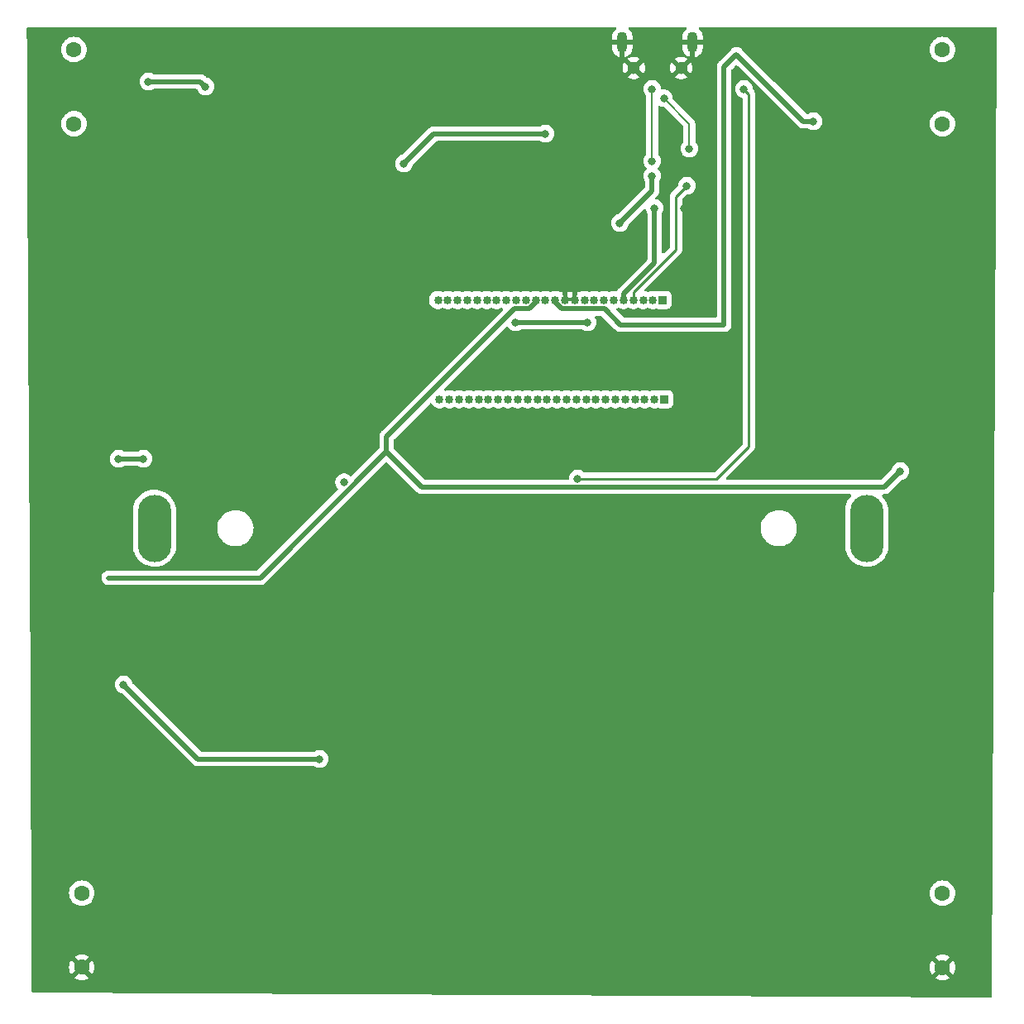
<source format=gbr>
%TF.GenerationSoftware,KiCad,Pcbnew,(7.0.0)*%
%TF.CreationDate,2023-03-21T11:43:25+02:00*%
%TF.ProjectId,EEE3088,45454533-3038-4382-9e6b-696361645f70,rev?*%
%TF.SameCoordinates,Original*%
%TF.FileFunction,Copper,L2,Bot*%
%TF.FilePolarity,Positive*%
%FSLAX46Y46*%
G04 Gerber Fmt 4.6, Leading zero omitted, Abs format (unit mm)*
G04 Created by KiCad (PCBNEW (7.0.0)) date 2023-03-21 11:43:25*
%MOMM*%
%LPD*%
G01*
G04 APERTURE LIST*
%TA.AperFunction,ComponentPad*%
%ADD10R,0.850000X0.850000*%
%TD*%
%TA.AperFunction,ComponentPad*%
%ADD11O,0.850000X0.850000*%
%TD*%
%TA.AperFunction,ComponentPad*%
%ADD12O,1.070000X2.140000*%
%TD*%
%TA.AperFunction,ComponentPad*%
%ADD13C,1.300000*%
%TD*%
%TA.AperFunction,ComponentPad*%
%ADD14C,1.600000*%
%TD*%
%TA.AperFunction,ComponentPad*%
%ADD15O,3.440000X6.880000*%
%TD*%
%TA.AperFunction,ViaPad*%
%ADD16C,0.800000*%
%TD*%
%TA.AperFunction,Conductor*%
%ADD17C,0.500000*%
%TD*%
%TA.AperFunction,Conductor*%
%ADD18C,0.250000*%
%TD*%
%TA.AperFunction,Conductor*%
%ADD19C,0.200000*%
%TD*%
G04 APERTURE END LIST*
D10*
%TO.P,J2,1,Pin_1*%
%TO.N,+3.3V*%
X154239999Y-57403999D03*
D11*
%TO.P,J2,2,Pin_2*%
X153239999Y-57403999D03*
%TO.P,J2,3,Pin_3*%
X152239999Y-57403999D03*
%TO.P,J2,4,Pin_4*%
%TO.N,/Microcontroller/USB_RXD*%
X151239999Y-57403999D03*
%TO.P,J2,5,Pin_5*%
%TO.N,/Microcontroller/USB_TXD*%
X150239999Y-57403999D03*
%TO.P,J2,6,Pin_6*%
%TO.N,/Microcontroller/USB_TIMIN*%
X149239999Y-57403999D03*
%TO.P,J2,7,Pin_7*%
%TO.N,/Microcontroller/USB_TIMOUT*%
X148239999Y-57403999D03*
%TO.P,J2,8,Pin_8*%
%TO.N,/Microcontroller/EEPROM_SCL*%
X147239999Y-57403999D03*
%TO.P,J2,9,Pin_9*%
%TO.N,/Microcontroller/EEPROM_SDA*%
X146239999Y-57403999D03*
%TO.P,J2,10,Pin_10*%
%TO.N,GND*%
X145239999Y-57403999D03*
%TO.P,J2,11,Pin_11*%
X144239999Y-57403999D03*
%TO.P,J2,12,Pin_12*%
%TO.N,/Microcontroller/LDR_Vout1*%
X143239999Y-57403999D03*
%TO.P,J2,13,Pin_13*%
%TO.N,/Microcontroller/LDR_Vout2*%
X142239999Y-57403999D03*
%TO.P,J2,14,Pin_14*%
%TO.N,/Microcontroller/SCLSense*%
X141239999Y-57403999D03*
%TO.P,J2,15,Pin_15*%
%TO.N,/Microcontroller/SDASense*%
X140239999Y-57403999D03*
%TO.P,J2,16,Pin_16*%
%TO.N,unconnected-(J2-Pin_16-Pad16)*%
X139239999Y-57403999D03*
%TO.P,J2,17,Pin_17*%
%TO.N,unconnected-(J2-Pin_17-Pad17)*%
X138239999Y-57403999D03*
%TO.P,J2,18,Pin_18*%
%TO.N,unconnected-(J2-Pin_18-Pad18)*%
X137239999Y-57403999D03*
%TO.P,J2,19,Pin_19*%
%TO.N,unconnected-(J2-Pin_19-Pad19)*%
X136239999Y-57403999D03*
%TO.P,J2,20,Pin_20*%
%TO.N,unconnected-(J2-Pin_20-Pad20)*%
X135239999Y-57403999D03*
%TO.P,J2,21,Pin_21*%
%TO.N,unconnected-(J2-Pin_21-Pad21)*%
X134239999Y-57403999D03*
%TO.P,J2,22,Pin_22*%
%TO.N,unconnected-(J2-Pin_22-Pad22)*%
X133239999Y-57403999D03*
%TO.P,J2,23,Pin_23*%
%TO.N,unconnected-(J2-Pin_23-Pad23)*%
X132239999Y-57403999D03*
%TO.P,J2,24,Pin_24*%
%TO.N,unconnected-(J2-Pin_24-Pad24)*%
X131239999Y-57403999D03*
%TD*%
D12*
%TO.P,J1,S3,SHIELD*%
%TO.N,GND*%
X150107999Y-31012999D03*
D13*
%TO.P,J1,S4,SHIELD*%
X151283000Y-33663000D03*
%TO.P,J1,S5,SHIELD*%
X156133000Y-33663000D03*
D12*
%TO.P,J1,S6,SHIELD*%
X157307999Y-31012999D03*
%TD*%
D14*
%TO.P,R17,1*%
%TO.N,Net-(R11-Pad1)*%
X182880000Y-118130000D03*
%TO.P,R17,2*%
%TO.N,GND*%
X182880000Y-125730000D03*
%TD*%
D10*
%TO.P,J3,1,Pin_1*%
%TO.N,unconnected-(J3-Pin_1-Pad1)*%
X154399999Y-67563999D03*
D11*
%TO.P,J3,2,Pin_2*%
%TO.N,unconnected-(J3-Pin_2-Pad2)*%
X153399999Y-67563999D03*
%TO.P,J3,3,Pin_3*%
%TO.N,unconnected-(J3-Pin_3-Pad3)*%
X152399999Y-67563999D03*
%TO.P,J3,4,Pin_4*%
%TO.N,unconnected-(J3-Pin_4-Pad4)*%
X151399999Y-67563999D03*
%TO.P,J3,5,Pin_5*%
%TO.N,unconnected-(J3-Pin_5-Pad5)*%
X150399999Y-67563999D03*
%TO.P,J3,6,Pin_6*%
%TO.N,unconnected-(J3-Pin_6-Pad6)*%
X149399999Y-67563999D03*
%TO.P,J3,7,Pin_7*%
%TO.N,unconnected-(J3-Pin_7-Pad7)*%
X148399999Y-67563999D03*
%TO.P,J3,8,Pin_8*%
%TO.N,unconnected-(J3-Pin_8-Pad8)*%
X147399999Y-67563999D03*
%TO.P,J3,9,Pin_9*%
%TO.N,unconnected-(J3-Pin_9-Pad9)*%
X146399999Y-67563999D03*
%TO.P,J3,10,Pin_10*%
%TO.N,unconnected-(J3-Pin_10-Pad10)*%
X145399999Y-67563999D03*
%TO.P,J3,11,Pin_11*%
%TO.N,unconnected-(J3-Pin_11-Pad11)*%
X144399999Y-67563999D03*
%TO.P,J3,12,Pin_12*%
%TO.N,unconnected-(J3-Pin_12-Pad12)*%
X143399999Y-67563999D03*
%TO.P,J3,13,Pin_13*%
%TO.N,unconnected-(J3-Pin_13-Pad13)*%
X142399999Y-67563999D03*
%TO.P,J3,14,Pin_14*%
%TO.N,unconnected-(J3-Pin_14-Pad14)*%
X141399999Y-67563999D03*
%TO.P,J3,15,Pin_15*%
%TO.N,unconnected-(J3-Pin_15-Pad15)*%
X140399999Y-67563999D03*
%TO.P,J3,16,Pin_16*%
%TO.N,unconnected-(J3-Pin_16-Pad16)*%
X139399999Y-67563999D03*
%TO.P,J3,17,Pin_17*%
%TO.N,unconnected-(J3-Pin_17-Pad17)*%
X138399999Y-67563999D03*
%TO.P,J3,18,Pin_18*%
%TO.N,unconnected-(J3-Pin_18-Pad18)*%
X137399999Y-67563999D03*
%TO.P,J3,19,Pin_19*%
%TO.N,unconnected-(J3-Pin_19-Pad19)*%
X136399999Y-67563999D03*
%TO.P,J3,20,Pin_20*%
%TO.N,unconnected-(J3-Pin_20-Pad20)*%
X135399999Y-67563999D03*
%TO.P,J3,21,Pin_21*%
%TO.N,unconnected-(J3-Pin_21-Pad21)*%
X134399999Y-67563999D03*
%TO.P,J3,22,Pin_22*%
%TO.N,unconnected-(J3-Pin_22-Pad22)*%
X133399999Y-67563999D03*
%TO.P,J3,23,Pin_23*%
%TO.N,unconnected-(J3-Pin_23-Pad23)*%
X132399999Y-67563999D03*
%TO.P,J3,24,Pin_24*%
%TO.N,unconnected-(J3-Pin_24-Pad24)*%
X131399999Y-67563999D03*
%TD*%
D14*
%TO.P,R15,1*%
%TO.N,Net-(R12-Pad2)*%
X94780000Y-118120000D03*
%TO.P,R15,2*%
%TO.N,GND*%
X94780000Y-125720000D03*
%TD*%
%TO.P,R16,1*%
%TO.N,+3.3V*%
X182880000Y-31770000D03*
%TO.P,R16,2*%
%TO.N,Net-(R11-Pad1)*%
X182880000Y-39370000D03*
%TD*%
%TO.P,R14,1*%
%TO.N,Net-(R13-Pad1)*%
X93980000Y-31770000D03*
%TO.P,R14,2*%
%TO.N,Net-(R12-Pad2)*%
X93980000Y-39370000D03*
%TD*%
D15*
%TO.P,Battery-Holder1,N*%
%TO.N,/Power_Subsystem/Vbat*%
X102225999Y-80771999D03*
%TO.P,Battery-Holder1,P*%
%TO.N,Net-(Battery-Holder1-PadP)*%
X175125999Y-80771999D03*
%TD*%
D16*
%TO.N,GND*%
X158496000Y-64516000D03*
X123190000Y-99568000D03*
X93472000Y-87884000D03*
X127508000Y-83312000D03*
X131318000Y-99568000D03*
X184404000Y-87884000D03*
X156464000Y-48006000D03*
%TO.N,+3.3V*%
X119126000Y-104394000D03*
X139192000Y-59690000D03*
X99060000Y-96774000D03*
X146558000Y-59690000D03*
%TO.N,+5V*%
X121627000Y-76073000D03*
X145542000Y-75692000D03*
X162560000Y-35814000D03*
%TO.N,+3V3*%
X142240000Y-40386000D03*
X127762000Y-43434000D03*
%TO.N,Net-(U4-V3)*%
X153162000Y-44704000D03*
X149860000Y-49530000D03*
%TO.N,/Microcontroller/LDR_Vout1*%
X169672000Y-39116000D03*
%TO.N,/Microcontroller/LDR_Vout2*%
X107442000Y-35560000D03*
X101600000Y-35052000D03*
%TO.N,/Microcontroller/USB_D-*%
X156972000Y-41910000D03*
X154358000Y-36756000D03*
%TO.N,/Microcontroller/USB_D+*%
X153162000Y-43180000D03*
X153162000Y-35814000D03*
%TO.N,/Microcontroller/USB_TXD*%
X153416000Y-48006000D03*
%TO.N,/Microcontroller/USB_RXD*%
X156718000Y-45720000D03*
%TO.N,/Microcontroller/SCLSense*%
X178562000Y-74930000D03*
%TO.N,/Microcontroller/SDASense*%
X101092000Y-73660000D03*
X98552000Y-73660000D03*
%TD*%
D17*
%TO.N,+3.3V*%
X106680000Y-104394000D02*
X118872000Y-104394000D01*
X139192000Y-59690000D02*
X146558000Y-59690000D01*
X99060000Y-96774000D02*
X106680000Y-104394000D01*
X118872000Y-104394000D02*
X119126000Y-104394000D01*
D18*
%TO.N,+5V*%
X163068000Y-36322000D02*
X162560000Y-35814000D01*
X159766000Y-75692000D02*
X163068000Y-72390000D01*
X145542000Y-75692000D02*
X159766000Y-75692000D01*
X163068000Y-72390000D02*
X163068000Y-36322000D01*
D17*
%TO.N,+3V3*%
X130810000Y-40386000D02*
X127762000Y-43434000D01*
X142240000Y-40386000D02*
X130810000Y-40386000D01*
%TO.N,Net-(U4-V3)*%
X153162000Y-46228000D02*
X153162000Y-44704000D01*
X149860000Y-49530000D02*
X153162000Y-46228000D01*
%TO.N,/Microcontroller/LDR_Vout1*%
X168656000Y-39116000D02*
X161798000Y-32258000D01*
X143877563Y-58279000D02*
X143240000Y-57641437D01*
X169672000Y-39116000D02*
X168656000Y-39116000D01*
X160528000Y-59944000D02*
X149932480Y-59944000D01*
X160528000Y-33528000D02*
X160528000Y-59944000D01*
X148267480Y-58279000D02*
X143877563Y-58279000D01*
X143240000Y-57641437D02*
X143240000Y-57404000D01*
X161798000Y-32258000D02*
X160528000Y-33528000D01*
X149932480Y-59944000D02*
X148267480Y-58279000D01*
%TO.N,/Microcontroller/LDR_Vout2*%
X106934000Y-35052000D02*
X101854000Y-35052000D01*
X101854000Y-35052000D02*
X101600000Y-35052000D01*
X107442000Y-35560000D02*
X106934000Y-35052000D01*
D19*
%TO.N,/Microcontroller/USB_D-*%
X156972000Y-39370000D02*
X156972000Y-42164000D01*
X154358000Y-36756000D02*
X156972000Y-39370000D01*
%TO.N,/Microcontroller/USB_D+*%
X153162000Y-35814000D02*
X153162000Y-43180000D01*
D17*
%TO.N,/Microcontroller/USB_TXD*%
X150240000Y-57404000D02*
X150240000Y-56802960D01*
X153416000Y-53626960D02*
X153416000Y-48006000D01*
X150240000Y-56802960D02*
X153416000Y-53626960D01*
D18*
%TO.N,/Microcontroller/USB_RXD*%
X151240000Y-56616132D02*
X151240000Y-57404000D01*
X155614000Y-46824000D02*
X155614000Y-52242132D01*
X155614000Y-52242132D02*
X151240000Y-56616132D01*
X156718000Y-45720000D02*
X155614000Y-46824000D01*
D17*
%TO.N,/Microcontroller/SCLSense*%
X141240000Y-57641437D02*
X140602437Y-58279000D01*
X141240000Y-57404000D02*
X141240000Y-57641437D01*
X125984000Y-71374000D02*
X125984000Y-72918082D01*
X125984000Y-72918082D02*
X113050082Y-85852000D01*
X176950000Y-76542000D02*
X129607918Y-76542000D01*
X129607918Y-76542000D02*
X125984000Y-72918082D01*
X140602437Y-58279000D02*
X139079000Y-58279000D01*
X139079000Y-58279000D02*
X125984000Y-71374000D01*
X178562000Y-74930000D02*
X176950000Y-76542000D01*
X113050082Y-85852000D02*
X97536000Y-85852000D01*
%TO.N,/Microcontroller/SDASense*%
X98552000Y-73660000D02*
X101092000Y-73660000D01*
%TD*%
%TA.AperFunction,Conductor*%
%TO.N,GND*%
G36*
X149423978Y-29478642D02*
G01*
X149468627Y-29519109D01*
X149488928Y-29575846D01*
X149480086Y-29635453D01*
X149444190Y-29683853D01*
X149377310Y-29738739D01*
X149368740Y-29747309D01*
X149247132Y-29895490D01*
X149240389Y-29905581D01*
X149150028Y-30074635D01*
X149145391Y-30085828D01*
X149089742Y-30269277D01*
X149087377Y-30281167D01*
X149073298Y-30424117D01*
X149073000Y-30430202D01*
X149073000Y-30746674D01*
X149076450Y-30759549D01*
X149089326Y-30763000D01*
X151126674Y-30763000D01*
X151139549Y-30759549D01*
X151143000Y-30746674D01*
X151143000Y-30430202D01*
X151142701Y-30424117D01*
X151128622Y-30281167D01*
X151126257Y-30269277D01*
X151070608Y-30085828D01*
X151065971Y-30074635D01*
X150975610Y-29905581D01*
X150968867Y-29895490D01*
X150847259Y-29747309D01*
X150838689Y-29738739D01*
X150771810Y-29683853D01*
X150735914Y-29635453D01*
X150727072Y-29575846D01*
X150747373Y-29519109D01*
X150792022Y-29478642D01*
X150850475Y-29464000D01*
X156565525Y-29464000D01*
X156623978Y-29478642D01*
X156668627Y-29519109D01*
X156688928Y-29575846D01*
X156680086Y-29635453D01*
X156644190Y-29683853D01*
X156577310Y-29738739D01*
X156568740Y-29747309D01*
X156447132Y-29895490D01*
X156440389Y-29905581D01*
X156350028Y-30074635D01*
X156345391Y-30085828D01*
X156289742Y-30269277D01*
X156287377Y-30281167D01*
X156273298Y-30424117D01*
X156273000Y-30430202D01*
X156273000Y-30746674D01*
X156276450Y-30759549D01*
X156289326Y-30763000D01*
X158326674Y-30763000D01*
X158339549Y-30759549D01*
X158343000Y-30746674D01*
X158343000Y-30430202D01*
X158342701Y-30424117D01*
X158328622Y-30281167D01*
X158326257Y-30269277D01*
X158270608Y-30085828D01*
X158265971Y-30074635D01*
X158175610Y-29905581D01*
X158168867Y-29895490D01*
X158047259Y-29747309D01*
X158038689Y-29738739D01*
X157971810Y-29683853D01*
X157935914Y-29635453D01*
X157927072Y-29575846D01*
X157947373Y-29519109D01*
X157992022Y-29478642D01*
X158050475Y-29464000D01*
X188343364Y-29464000D01*
X188405547Y-29480719D01*
X188450962Y-29526367D01*
X188467362Y-29588634D01*
X187960634Y-128653995D01*
X187943704Y-128715911D01*
X187898082Y-128761066D01*
X187835995Y-128777359D01*
X89784726Y-128270634D01*
X89723181Y-128253916D01*
X89678086Y-128208819D01*
X89661369Y-128147274D01*
X89654435Y-126798703D01*
X94058217Y-126798703D01*
X94065650Y-126806814D01*
X94123077Y-126847025D01*
X94132427Y-126852423D01*
X94328768Y-126943979D01*
X94338902Y-126947667D01*
X94548162Y-127003739D01*
X94558793Y-127005613D01*
X94774605Y-127024494D01*
X94785395Y-127024494D01*
X95001206Y-127005613D01*
X95011837Y-127003739D01*
X95221097Y-126947667D01*
X95231231Y-126943979D01*
X95427575Y-126852422D01*
X95436920Y-126847026D01*
X95491650Y-126808703D01*
X182158217Y-126808703D01*
X182165650Y-126816814D01*
X182223077Y-126857025D01*
X182232427Y-126862423D01*
X182428768Y-126953979D01*
X182438902Y-126957667D01*
X182648162Y-127013739D01*
X182658793Y-127015613D01*
X182874605Y-127034494D01*
X182885395Y-127034494D01*
X183101206Y-127015613D01*
X183111837Y-127013739D01*
X183321097Y-126957667D01*
X183331231Y-126953979D01*
X183527575Y-126862422D01*
X183536920Y-126857026D01*
X183594348Y-126816814D01*
X183601780Y-126808703D01*
X183595867Y-126799421D01*
X182891542Y-126095095D01*
X182880000Y-126088431D01*
X182868457Y-126095095D01*
X182164128Y-126799424D01*
X182158217Y-126808703D01*
X95491650Y-126808703D01*
X95494348Y-126806814D01*
X95501780Y-126798703D01*
X95495867Y-126789421D01*
X94791542Y-126085095D01*
X94780000Y-126078431D01*
X94768457Y-126085095D01*
X94064128Y-126789424D01*
X94058217Y-126798703D01*
X89654435Y-126798703D01*
X89648917Y-125725395D01*
X93475506Y-125725395D01*
X93494386Y-125941206D01*
X93496260Y-125951837D01*
X93552332Y-126161097D01*
X93556020Y-126171231D01*
X93647576Y-126367572D01*
X93652974Y-126376922D01*
X93693184Y-126434348D01*
X93701295Y-126441781D01*
X93710574Y-126435870D01*
X94414903Y-125731542D01*
X94421566Y-125720000D01*
X95138431Y-125720000D01*
X95145095Y-125731542D01*
X95849421Y-126435867D01*
X95858703Y-126441780D01*
X95866814Y-126434348D01*
X95907026Y-126376920D01*
X95912422Y-126367575D01*
X96003979Y-126171231D01*
X96007667Y-126161097D01*
X96063739Y-125951837D01*
X96065613Y-125941206D01*
X96083619Y-125735395D01*
X181575506Y-125735395D01*
X181594386Y-125951206D01*
X181596260Y-125961837D01*
X181652332Y-126171097D01*
X181656020Y-126181231D01*
X181747576Y-126377572D01*
X181752974Y-126386922D01*
X181793184Y-126444348D01*
X181801295Y-126451781D01*
X181810574Y-126445870D01*
X182514903Y-125741542D01*
X182521566Y-125730000D01*
X183238431Y-125730000D01*
X183245095Y-125741542D01*
X183949421Y-126445867D01*
X183958703Y-126451780D01*
X183966814Y-126444348D01*
X184007026Y-126386920D01*
X184012422Y-126377575D01*
X184103979Y-126181231D01*
X184107667Y-126171097D01*
X184163739Y-125961837D01*
X184165613Y-125951206D01*
X184184494Y-125735395D01*
X184184494Y-125724605D01*
X184165613Y-125508793D01*
X184163739Y-125498162D01*
X184107667Y-125288902D01*
X184103979Y-125278768D01*
X184012423Y-125082427D01*
X184007025Y-125073077D01*
X183966814Y-125015650D01*
X183958703Y-125008217D01*
X183949424Y-125014128D01*
X183245095Y-125718457D01*
X183238431Y-125730000D01*
X182521566Y-125730000D01*
X182521567Y-125729999D01*
X182514903Y-125718457D01*
X181810574Y-125014128D01*
X181801296Y-125008217D01*
X181793183Y-125015651D01*
X181752971Y-125073081D01*
X181747577Y-125082425D01*
X181656020Y-125278768D01*
X181652332Y-125288902D01*
X181596260Y-125498162D01*
X181594386Y-125508793D01*
X181575506Y-125724605D01*
X181575506Y-125735395D01*
X96083619Y-125735395D01*
X96084494Y-125725395D01*
X96084494Y-125714605D01*
X96065613Y-125498793D01*
X96063739Y-125488162D01*
X96007667Y-125278902D01*
X96003979Y-125268768D01*
X95912423Y-125072427D01*
X95907025Y-125063077D01*
X95866814Y-125005650D01*
X95858703Y-124998217D01*
X95849424Y-125004128D01*
X95145095Y-125708457D01*
X95138431Y-125720000D01*
X94421566Y-125720000D01*
X94421567Y-125719999D01*
X94414903Y-125708457D01*
X93710574Y-125004128D01*
X93701296Y-124998217D01*
X93693183Y-125005651D01*
X93652971Y-125063081D01*
X93647577Y-125072425D01*
X93556020Y-125268768D01*
X93552332Y-125278902D01*
X93496260Y-125488162D01*
X93494386Y-125498793D01*
X93475506Y-125714605D01*
X93475506Y-125725395D01*
X89648917Y-125725395D01*
X89646569Y-125268768D01*
X89643343Y-124641296D01*
X94058217Y-124641296D01*
X94064128Y-124650574D01*
X94768457Y-125354903D01*
X94780000Y-125361567D01*
X94791542Y-125354903D01*
X95495148Y-124651296D01*
X182158217Y-124651296D01*
X182164128Y-124660574D01*
X182868457Y-125364903D01*
X182880000Y-125371567D01*
X182891542Y-125364903D01*
X183595870Y-124660574D01*
X183601781Y-124651295D01*
X183594348Y-124643184D01*
X183536922Y-124602974D01*
X183527572Y-124597576D01*
X183331231Y-124506020D01*
X183321097Y-124502332D01*
X183111837Y-124446260D01*
X183101206Y-124444386D01*
X182885395Y-124425506D01*
X182874605Y-124425506D01*
X182658793Y-124444386D01*
X182648162Y-124446260D01*
X182438902Y-124502332D01*
X182428768Y-124506020D01*
X182232425Y-124597577D01*
X182223081Y-124602971D01*
X182165651Y-124643183D01*
X182158217Y-124651296D01*
X95495148Y-124651296D01*
X95495870Y-124650574D01*
X95501781Y-124641295D01*
X95494348Y-124633184D01*
X95436922Y-124592974D01*
X95427572Y-124587576D01*
X95231231Y-124496020D01*
X95221097Y-124492332D01*
X95011837Y-124436260D01*
X95001206Y-124434386D01*
X94785395Y-124415506D01*
X94774605Y-124415506D01*
X94558793Y-124434386D01*
X94548162Y-124436260D01*
X94338902Y-124492332D01*
X94328768Y-124496020D01*
X94132425Y-124587577D01*
X94123081Y-124592971D01*
X94065651Y-124633183D01*
X94058217Y-124641296D01*
X89643343Y-124641296D01*
X89609814Y-118120000D01*
X93474532Y-118120000D01*
X93494365Y-118346692D01*
X93495762Y-118351907D01*
X93495764Y-118351916D01*
X93551858Y-118561263D01*
X93551861Y-118561271D01*
X93553261Y-118566496D01*
X93649432Y-118772734D01*
X93779953Y-118959139D01*
X93940861Y-119120047D01*
X94127266Y-119250568D01*
X94333504Y-119346739D01*
X94338734Y-119348140D01*
X94338736Y-119348141D01*
X94376057Y-119358141D01*
X94553308Y-119405635D01*
X94780000Y-119425468D01*
X95006692Y-119405635D01*
X95226496Y-119346739D01*
X95432734Y-119250568D01*
X95619139Y-119120047D01*
X95780047Y-118959139D01*
X95910568Y-118772734D01*
X96006739Y-118566496D01*
X96065635Y-118346692D01*
X96084593Y-118130000D01*
X181574532Y-118130000D01*
X181594365Y-118356692D01*
X181595762Y-118361907D01*
X181595764Y-118361916D01*
X181651858Y-118571263D01*
X181651861Y-118571271D01*
X181653261Y-118576496D01*
X181749432Y-118782734D01*
X181879953Y-118969139D01*
X182040861Y-119130047D01*
X182227266Y-119260568D01*
X182433504Y-119356739D01*
X182653308Y-119415635D01*
X182880000Y-119435468D01*
X183106692Y-119415635D01*
X183326496Y-119356739D01*
X183532734Y-119260568D01*
X183719139Y-119130047D01*
X183880047Y-118969139D01*
X184010568Y-118782734D01*
X184106739Y-118576496D01*
X184165635Y-118356692D01*
X184185468Y-118130000D01*
X184165635Y-117903308D01*
X184162956Y-117893308D01*
X184108141Y-117688736D01*
X184108140Y-117688734D01*
X184106739Y-117683504D01*
X184010568Y-117477266D01*
X183880047Y-117290861D01*
X183719139Y-117129953D01*
X183532734Y-116999432D01*
X183326496Y-116903261D01*
X183321271Y-116901861D01*
X183321263Y-116901858D01*
X183111916Y-116845764D01*
X183111907Y-116845762D01*
X183106692Y-116844365D01*
X183101304Y-116843893D01*
X183101301Y-116843893D01*
X182885395Y-116825004D01*
X182880000Y-116824532D01*
X182874605Y-116825004D01*
X182658698Y-116843893D01*
X182658693Y-116843893D01*
X182653308Y-116844365D01*
X182648094Y-116845762D01*
X182648083Y-116845764D01*
X182438736Y-116901858D01*
X182438724Y-116901862D01*
X182433504Y-116903261D01*
X182428599Y-116905547D01*
X182428594Y-116905550D01*
X182232176Y-116997142D01*
X182232172Y-116997144D01*
X182227266Y-116999432D01*
X182222833Y-117002535D01*
X182222826Y-117002540D01*
X182045296Y-117126847D01*
X182045291Y-117126850D01*
X182040861Y-117129953D01*
X182037037Y-117133776D01*
X182037031Y-117133782D01*
X181883782Y-117287031D01*
X181883776Y-117287037D01*
X181879953Y-117290861D01*
X181876850Y-117295291D01*
X181876847Y-117295296D01*
X181752540Y-117472826D01*
X181752535Y-117472833D01*
X181749432Y-117477266D01*
X181747144Y-117482172D01*
X181747142Y-117482176D01*
X181655550Y-117678594D01*
X181655547Y-117678599D01*
X181653261Y-117683504D01*
X181651862Y-117688724D01*
X181651858Y-117688736D01*
X181595764Y-117898083D01*
X181595762Y-117898094D01*
X181594365Y-117903308D01*
X181574532Y-118130000D01*
X96084593Y-118130000D01*
X96085468Y-118120000D01*
X96065635Y-117893308D01*
X96010820Y-117688736D01*
X96008141Y-117678736D01*
X96008140Y-117678734D01*
X96006739Y-117673504D01*
X95910568Y-117467266D01*
X95780047Y-117280861D01*
X95619139Y-117119953D01*
X95557224Y-117076600D01*
X95437173Y-116992540D01*
X95437171Y-116992539D01*
X95432734Y-116989432D01*
X95226496Y-116893261D01*
X95221271Y-116891861D01*
X95221263Y-116891858D01*
X95011916Y-116835764D01*
X95011907Y-116835762D01*
X95006692Y-116834365D01*
X95001304Y-116833893D01*
X95001301Y-116833893D01*
X94785395Y-116815004D01*
X94780000Y-116814532D01*
X94774605Y-116815004D01*
X94558698Y-116833893D01*
X94558693Y-116833893D01*
X94553308Y-116834365D01*
X94548094Y-116835762D01*
X94548083Y-116835764D01*
X94338736Y-116891858D01*
X94338724Y-116891862D01*
X94333504Y-116893261D01*
X94328599Y-116895547D01*
X94328594Y-116895550D01*
X94132176Y-116987142D01*
X94132172Y-116987144D01*
X94127266Y-116989432D01*
X94122833Y-116992535D01*
X94122826Y-116992540D01*
X93945296Y-117116847D01*
X93945291Y-117116850D01*
X93940861Y-117119953D01*
X93937037Y-117123776D01*
X93937031Y-117123782D01*
X93783782Y-117277031D01*
X93783776Y-117277037D01*
X93779953Y-117280861D01*
X93776850Y-117285291D01*
X93776847Y-117285296D01*
X93652540Y-117462826D01*
X93652535Y-117462833D01*
X93649432Y-117467266D01*
X93647144Y-117472172D01*
X93647142Y-117472176D01*
X93555550Y-117668594D01*
X93555547Y-117668599D01*
X93553261Y-117673504D01*
X93551862Y-117678724D01*
X93551858Y-117678736D01*
X93495764Y-117888083D01*
X93495762Y-117888094D01*
X93494365Y-117893308D01*
X93493893Y-117898693D01*
X93493893Y-117898698D01*
X93475004Y-118114605D01*
X93474532Y-118120000D01*
X89609814Y-118120000D01*
X89542518Y-105030814D01*
X89500066Y-96774000D01*
X98154540Y-96774000D01*
X98155219Y-96780460D01*
X98173646Y-96955795D01*
X98173647Y-96955803D01*
X98174326Y-96962256D01*
X98176331Y-96968428D01*
X98176333Y-96968435D01*
X98230813Y-97136105D01*
X98232821Y-97142284D01*
X98327467Y-97306216D01*
X98454129Y-97446888D01*
X98607270Y-97558151D01*
X98780197Y-97635144D01*
X98845335Y-97648989D01*
X98878714Y-97661303D01*
X98907228Y-97682596D01*
X106104267Y-104879634D01*
X106116049Y-104893267D01*
X106126077Y-104906738D01*
X106126081Y-104906742D01*
X106130390Y-104912530D01*
X106168352Y-104944384D01*
X106176314Y-104951681D01*
X106180223Y-104955590D01*
X106183055Y-104957829D01*
X106183065Y-104957838D01*
X106204542Y-104974819D01*
X106207298Y-104977063D01*
X106264786Y-105025302D01*
X106271245Y-105028546D01*
X106274134Y-105030446D01*
X106274417Y-105030650D01*
X106274710Y-105030814D01*
X106277659Y-105032632D01*
X106283323Y-105037111D01*
X106351357Y-105068835D01*
X106354483Y-105070348D01*
X106421567Y-105104040D01*
X106428597Y-105105705D01*
X106431831Y-105106883D01*
X106432163Y-105107020D01*
X106432493Y-105107114D01*
X106435781Y-105108203D01*
X106442327Y-105111256D01*
X106515862Y-105126439D01*
X106519223Y-105127184D01*
X106592279Y-105144500D01*
X106599509Y-105144500D01*
X106602949Y-105144902D01*
X106603286Y-105144956D01*
X106603640Y-105144972D01*
X106607066Y-105145271D01*
X106614144Y-105146733D01*
X106689110Y-105144552D01*
X106692717Y-105144500D01*
X118586664Y-105144500D01*
X118624982Y-105150569D01*
X118659545Y-105168179D01*
X118673270Y-105178151D01*
X118846197Y-105255144D01*
X119031354Y-105294500D01*
X119214143Y-105294500D01*
X119220646Y-105294500D01*
X119405803Y-105255144D01*
X119578730Y-105178151D01*
X119731871Y-105066888D01*
X119858533Y-104926216D01*
X119953179Y-104762284D01*
X120011674Y-104582256D01*
X120031460Y-104394000D01*
X120011674Y-104205744D01*
X119953179Y-104025716D01*
X119858533Y-103861784D01*
X119731871Y-103721112D01*
X119726613Y-103717292D01*
X119726611Y-103717290D01*
X119583988Y-103613669D01*
X119583987Y-103613668D01*
X119578730Y-103609849D01*
X119572738Y-103607181D01*
X119411745Y-103535501D01*
X119411740Y-103535499D01*
X119405803Y-103532856D01*
X119399444Y-103531504D01*
X119399440Y-103531503D01*
X119227008Y-103494852D01*
X119227005Y-103494851D01*
X119220646Y-103493500D01*
X119031354Y-103493500D01*
X119024995Y-103494851D01*
X119024991Y-103494852D01*
X118852559Y-103531503D01*
X118852552Y-103531505D01*
X118846197Y-103532856D01*
X118840262Y-103535498D01*
X118840254Y-103535501D01*
X118679207Y-103607205D01*
X118679202Y-103607207D01*
X118673270Y-103609849D01*
X118659545Y-103619820D01*
X118624982Y-103637431D01*
X118586664Y-103643500D01*
X107042230Y-103643500D01*
X106994777Y-103634061D01*
X106954549Y-103607181D01*
X99972770Y-96625402D01*
X99942521Y-96576041D01*
X99887179Y-96405716D01*
X99792533Y-96241784D01*
X99665871Y-96101112D01*
X99660613Y-96097292D01*
X99660611Y-96097290D01*
X99517988Y-95993669D01*
X99517987Y-95993668D01*
X99512730Y-95989849D01*
X99506792Y-95987205D01*
X99345745Y-95915501D01*
X99345740Y-95915499D01*
X99339803Y-95912856D01*
X99333444Y-95911504D01*
X99333440Y-95911503D01*
X99161008Y-95874852D01*
X99161005Y-95874851D01*
X99154646Y-95873500D01*
X98965354Y-95873500D01*
X98958995Y-95874851D01*
X98958991Y-95874852D01*
X98786559Y-95911503D01*
X98786552Y-95911505D01*
X98780197Y-95912856D01*
X98774262Y-95915498D01*
X98774254Y-95915501D01*
X98613207Y-95987205D01*
X98613202Y-95987207D01*
X98607270Y-95989849D01*
X98602016Y-95993665D01*
X98602011Y-95993669D01*
X98459388Y-96097290D01*
X98459381Y-96097295D01*
X98454129Y-96101112D01*
X98449784Y-96105937D01*
X98449779Y-96105942D01*
X98331813Y-96236956D01*
X98331808Y-96236962D01*
X98327467Y-96241784D01*
X98324222Y-96247404D01*
X98324218Y-96247410D01*
X98236069Y-96400089D01*
X98236066Y-96400094D01*
X98232821Y-96405716D01*
X98230815Y-96411888D01*
X98230813Y-96411894D01*
X98176333Y-96579564D01*
X98176331Y-96579573D01*
X98174326Y-96585744D01*
X98173648Y-96592194D01*
X98173646Y-96592204D01*
X98155962Y-96760464D01*
X98154540Y-96774000D01*
X89500066Y-96774000D01*
X89444138Y-85895935D01*
X96781669Y-85895935D01*
X96812135Y-86068711D01*
X96881623Y-86229804D01*
X96986390Y-86370530D01*
X97120786Y-86483302D01*
X97277567Y-86562040D01*
X97448279Y-86602500D01*
X112986375Y-86602500D01*
X113004346Y-86603809D01*
X113008242Y-86604379D01*
X113028105Y-86607289D01*
X113077450Y-86602972D01*
X113088258Y-86602500D01*
X113090182Y-86602500D01*
X113093791Y-86602500D01*
X113124632Y-86598894D01*
X113128113Y-86598539D01*
X113202879Y-86591999D01*
X113209735Y-86589726D01*
X113213125Y-86589027D01*
X113213457Y-86588973D01*
X113213810Y-86588873D01*
X113217153Y-86588080D01*
X113224337Y-86587241D01*
X113294842Y-86561579D01*
X113298200Y-86560412D01*
X113369416Y-86536814D01*
X113375568Y-86533018D01*
X113378689Y-86531564D01*
X113379011Y-86531430D01*
X113379320Y-86531258D01*
X113382397Y-86529712D01*
X113389199Y-86527237D01*
X113451919Y-86485984D01*
X113454814Y-86484140D01*
X113518738Y-86444712D01*
X113523845Y-86439603D01*
X113526558Y-86437459D01*
X113526840Y-86437254D01*
X113527111Y-86437007D01*
X113529740Y-86434800D01*
X113535778Y-86430830D01*
X113587268Y-86376252D01*
X113589713Y-86373735D01*
X119123683Y-80839765D01*
X164261788Y-80839765D01*
X164262282Y-80844262D01*
X164262283Y-80844267D01*
X164290917Y-81104506D01*
X164290918Y-81104513D01*
X164291414Y-81109018D01*
X164292559Y-81113398D01*
X164292561Y-81113408D01*
X164324830Y-81236838D01*
X164359928Y-81371088D01*
X164361693Y-81375242D01*
X164361696Y-81375250D01*
X164464099Y-81616223D01*
X164465870Y-81620390D01*
X164468226Y-81624251D01*
X164468229Y-81624256D01*
X164604618Y-81847737D01*
X164606982Y-81851610D01*
X164780255Y-82059820D01*
X164783630Y-82062844D01*
X164783631Y-82062845D01*
X164888330Y-82156656D01*
X164981998Y-82240582D01*
X165207910Y-82390044D01*
X165453176Y-82505020D01*
X165712569Y-82583060D01*
X165980561Y-82622500D01*
X166181369Y-82622500D01*
X166183631Y-82622500D01*
X166386156Y-82607677D01*
X166650553Y-82548780D01*
X166903558Y-82452014D01*
X167139777Y-82319441D01*
X167354177Y-82153888D01*
X167542186Y-81958881D01*
X167699799Y-81738579D01*
X167823656Y-81497675D01*
X167911118Y-81241305D01*
X167960319Y-80974933D01*
X167970212Y-80704235D01*
X167940586Y-80434982D01*
X167872072Y-80172912D01*
X167766130Y-79923610D01*
X167625018Y-79692390D01*
X167451745Y-79484180D01*
X167346759Y-79390112D01*
X167253382Y-79306446D01*
X167253378Y-79306442D01*
X167250002Y-79303418D01*
X167024090Y-79153956D01*
X167019996Y-79152036D01*
X167019991Y-79152034D01*
X166782929Y-79040904D01*
X166782925Y-79040902D01*
X166778824Y-79038980D01*
X166774477Y-79037672D01*
X166774474Y-79037671D01*
X166523772Y-78962246D01*
X166523771Y-78962245D01*
X166519431Y-78960940D01*
X166514957Y-78960281D01*
X166514950Y-78960280D01*
X166255913Y-78922158D01*
X166255907Y-78922157D01*
X166251439Y-78921500D01*
X166048369Y-78921500D01*
X166046120Y-78921664D01*
X166046109Y-78921665D01*
X165850363Y-78935992D01*
X165850359Y-78935992D01*
X165845844Y-78936323D01*
X165841426Y-78937307D01*
X165841420Y-78937308D01*
X165585877Y-78994232D01*
X165585861Y-78994236D01*
X165581447Y-78995220D01*
X165577216Y-78996838D01*
X165577210Y-78996840D01*
X165332673Y-79090367D01*
X165332663Y-79090371D01*
X165328442Y-79091986D01*
X165324494Y-79094201D01*
X165324489Y-79094204D01*
X165096176Y-79222340D01*
X165096171Y-79222343D01*
X165092223Y-79224559D01*
X165088639Y-79227325D01*
X165088635Y-79227329D01*
X164881407Y-79387343D01*
X164881394Y-79387354D01*
X164877823Y-79390112D01*
X164874685Y-79393366D01*
X164874678Y-79393373D01*
X164692958Y-79581857D01*
X164692952Y-79581864D01*
X164689814Y-79585119D01*
X164687189Y-79588787D01*
X164687179Y-79588800D01*
X164534834Y-79801740D01*
X164534830Y-79801745D01*
X164532201Y-79805421D01*
X164530132Y-79809444D01*
X164530129Y-79809450D01*
X164410416Y-80042293D01*
X164410411Y-80042304D01*
X164408344Y-80046325D01*
X164406884Y-80050602D01*
X164406879Y-80050616D01*
X164322348Y-80298395D01*
X164322344Y-80298407D01*
X164320882Y-80302695D01*
X164320057Y-80307159D01*
X164320057Y-80307161D01*
X164272504Y-80564606D01*
X164272502Y-80564619D01*
X164271681Y-80569067D01*
X164271515Y-80573593D01*
X164271515Y-80573599D01*
X164266576Y-80708762D01*
X164261788Y-80839765D01*
X119123683Y-80839765D01*
X125896318Y-74067129D01*
X125951905Y-74035036D01*
X126016093Y-74035036D01*
X126071680Y-74067130D01*
X129032188Y-77027638D01*
X129043970Y-77041271D01*
X129058308Y-77060530D01*
X129063835Y-77065167D01*
X129063840Y-77065173D01*
X129096255Y-77092372D01*
X129104231Y-77099681D01*
X129108141Y-77103591D01*
X129132474Y-77122831D01*
X129135228Y-77125073D01*
X129192704Y-77173302D01*
X129199163Y-77176546D01*
X129202052Y-77178446D01*
X129202331Y-77178648D01*
X129202631Y-77178815D01*
X129205572Y-77180629D01*
X129211241Y-77185111D01*
X129271613Y-77213263D01*
X129279239Y-77216819D01*
X129282452Y-77218374D01*
X129349485Y-77252040D01*
X129356512Y-77253705D01*
X129359753Y-77254885D01*
X129360082Y-77255021D01*
X129360416Y-77255116D01*
X129363696Y-77256202D01*
X129370245Y-77259257D01*
X129443812Y-77274447D01*
X129447175Y-77275193D01*
X129520197Y-77292500D01*
X129527428Y-77292500D01*
X129530851Y-77292900D01*
X129531203Y-77292957D01*
X129531544Y-77292972D01*
X129534987Y-77293273D01*
X129542062Y-77294734D01*
X129617047Y-77292552D01*
X129620655Y-77292500D01*
X173444647Y-77292500D01*
X173501311Y-77306204D01*
X173545450Y-77344287D01*
X173567309Y-77398331D01*
X173562055Y-77456392D01*
X173530850Y-77505635D01*
X173478453Y-77556308D01*
X173478446Y-77556315D01*
X173475475Y-77559189D01*
X173472907Y-77562440D01*
X173472906Y-77562442D01*
X173293799Y-77789247D01*
X173293789Y-77789260D01*
X173291230Y-77792502D01*
X173289125Y-77796055D01*
X173289116Y-77796069D01*
X173141835Y-78044729D01*
X173141830Y-78044737D01*
X173139726Y-78048291D01*
X173138117Y-78052083D01*
X173138110Y-78052099D01*
X173025282Y-78318181D01*
X173025279Y-78318188D01*
X173023667Y-78321991D01*
X173022576Y-78325972D01*
X173022572Y-78325985D01*
X172946219Y-78604722D01*
X172946217Y-78604730D01*
X172945125Y-78608718D01*
X172944574Y-78612809D01*
X172944573Y-78612818D01*
X172906051Y-78899255D01*
X172905500Y-78903355D01*
X172905500Y-82566242D01*
X172905638Y-82568316D01*
X172905639Y-82568320D01*
X172910203Y-82636505D01*
X172920387Y-82788626D01*
X172979603Y-83079959D01*
X172980963Y-83083876D01*
X172980964Y-83083879D01*
X173027540Y-83218014D01*
X173077121Y-83360800D01*
X173211202Y-83626137D01*
X173213541Y-83629544D01*
X173213545Y-83629551D01*
X173377109Y-83867821D01*
X173379453Y-83871235D01*
X173578870Y-84091721D01*
X173805896Y-84283659D01*
X174056480Y-84443626D01*
X174326149Y-84568765D01*
X174610091Y-84656845D01*
X174903240Y-84706293D01*
X175200364Y-84716227D01*
X175496161Y-84686470D01*
X175785352Y-84617552D01*
X176062778Y-84510704D01*
X176323486Y-84367831D01*
X176562825Y-84191485D01*
X176776525Y-83984811D01*
X176960770Y-83751498D01*
X177112274Y-83495709D01*
X177228333Y-83222009D01*
X177306875Y-82935282D01*
X177346500Y-82640645D01*
X177346500Y-78977758D01*
X177331613Y-78755374D01*
X177272397Y-78464041D01*
X177174879Y-78183200D01*
X177040798Y-77917863D01*
X176872547Y-77672765D01*
X176767218Y-77556308D01*
X176715999Y-77499677D01*
X176688591Y-77450059D01*
X176686129Y-77393427D01*
X176709128Y-77341618D01*
X176752780Y-77305456D01*
X176807964Y-77292500D01*
X176886293Y-77292500D01*
X176904264Y-77293809D01*
X176908160Y-77294379D01*
X176928023Y-77297289D01*
X176977368Y-77292972D01*
X176988176Y-77292500D01*
X176990100Y-77292500D01*
X176993709Y-77292500D01*
X177024550Y-77288894D01*
X177028031Y-77288539D01*
X177102797Y-77281999D01*
X177109653Y-77279726D01*
X177113043Y-77279027D01*
X177113375Y-77278973D01*
X177113728Y-77278873D01*
X177117071Y-77278080D01*
X177124255Y-77277241D01*
X177194760Y-77251579D01*
X177198118Y-77250412D01*
X177269334Y-77226814D01*
X177275486Y-77223018D01*
X177278607Y-77221564D01*
X177278929Y-77221430D01*
X177279238Y-77221258D01*
X177282315Y-77219712D01*
X177289117Y-77217237D01*
X177351837Y-77175984D01*
X177354732Y-77174140D01*
X177418656Y-77134712D01*
X177423763Y-77129603D01*
X177426476Y-77127459D01*
X177426758Y-77127254D01*
X177427029Y-77127007D01*
X177429658Y-77124800D01*
X177435696Y-77120830D01*
X177487186Y-77066252D01*
X177489631Y-77063735D01*
X178714772Y-75838593D01*
X178743283Y-75817304D01*
X178776667Y-75804988D01*
X178841803Y-75791144D01*
X179014730Y-75714151D01*
X179167871Y-75602888D01*
X179294533Y-75462216D01*
X179389179Y-75298284D01*
X179447674Y-75118256D01*
X179467460Y-74930000D01*
X179447674Y-74741744D01*
X179389179Y-74561716D01*
X179294533Y-74397784D01*
X179167871Y-74257112D01*
X179162613Y-74253292D01*
X179162611Y-74253290D01*
X179019988Y-74149669D01*
X179019987Y-74149668D01*
X179014730Y-74145849D01*
X179008792Y-74143205D01*
X178847745Y-74071501D01*
X178847740Y-74071499D01*
X178841803Y-74068856D01*
X178835444Y-74067504D01*
X178835440Y-74067503D01*
X178663008Y-74030852D01*
X178663005Y-74030851D01*
X178656646Y-74029500D01*
X178467354Y-74029500D01*
X178460995Y-74030851D01*
X178460991Y-74030852D01*
X178288559Y-74067503D01*
X178288552Y-74067505D01*
X178282197Y-74068856D01*
X178276262Y-74071498D01*
X178276254Y-74071501D01*
X178115207Y-74143205D01*
X178115202Y-74143207D01*
X178109270Y-74145849D01*
X178104016Y-74149665D01*
X178104011Y-74149669D01*
X177961388Y-74253290D01*
X177961381Y-74253295D01*
X177956129Y-74257112D01*
X177951784Y-74261937D01*
X177951779Y-74261942D01*
X177833813Y-74392956D01*
X177833808Y-74392962D01*
X177829467Y-74397784D01*
X177826222Y-74403404D01*
X177826218Y-74403410D01*
X177738069Y-74556089D01*
X177738066Y-74556094D01*
X177734821Y-74561716D01*
X177732816Y-74567885D01*
X177732814Y-74567891D01*
X177679479Y-74732039D01*
X177649229Y-74781401D01*
X176675451Y-75755181D01*
X176635223Y-75782061D01*
X176587770Y-75791500D01*
X160850452Y-75791500D01*
X160794157Y-75777985D01*
X160750134Y-75740385D01*
X160727979Y-75686898D01*
X160732521Y-75629182D01*
X160762771Y-75579819D01*
X162089300Y-74253290D01*
X163455311Y-72887278D01*
X163463481Y-72879844D01*
X163469877Y-72875786D01*
X163515918Y-72826756D01*
X163518535Y-72824054D01*
X163538120Y-72804471D01*
X163540585Y-72801292D01*
X163548167Y-72792416D01*
X163578062Y-72760582D01*
X163587713Y-72743023D01*
X163598390Y-72726770D01*
X163610673Y-72710936D01*
X163628018Y-72670852D01*
X163633151Y-72660371D01*
X163654197Y-72622092D01*
X163659179Y-72602684D01*
X163665482Y-72584276D01*
X163673437Y-72565896D01*
X163680271Y-72522744D01*
X163682633Y-72511338D01*
X163693500Y-72469019D01*
X163693500Y-72448983D01*
X163695027Y-72429585D01*
X163696939Y-72417513D01*
X163696938Y-72417513D01*
X163698160Y-72409804D01*
X163694050Y-72366324D01*
X163693500Y-72354655D01*
X163693500Y-36399771D01*
X163694020Y-36388718D01*
X163695672Y-36381332D01*
X163693561Y-36314144D01*
X163693500Y-36310250D01*
X163693500Y-36286545D01*
X163693500Y-36282650D01*
X163692998Y-36278681D01*
X163692080Y-36267024D01*
X163690954Y-36231172D01*
X163690709Y-36223372D01*
X163685120Y-36204139D01*
X163681174Y-36185082D01*
X163679641Y-36172946D01*
X163678664Y-36165208D01*
X163662581Y-36124587D01*
X163658799Y-36113540D01*
X163654006Y-36097043D01*
X163646617Y-36071610D01*
X163642644Y-36064892D01*
X163636422Y-36054370D01*
X163627860Y-36036892D01*
X163623360Y-36025527D01*
X163623359Y-36025526D01*
X163620486Y-36018268D01*
X163594812Y-35982931D01*
X163588409Y-35973184D01*
X163566170Y-35935579D01*
X163552006Y-35921415D01*
X163539368Y-35906618D01*
X163532184Y-35896729D01*
X163532178Y-35896723D01*
X163527594Y-35890413D01*
X163507329Y-35873648D01*
X163477088Y-35836701D01*
X163463049Y-35791068D01*
X163445674Y-35625744D01*
X163387179Y-35445716D01*
X163292533Y-35281784D01*
X163249323Y-35233795D01*
X163170220Y-35145942D01*
X163170219Y-35145941D01*
X163165871Y-35141112D01*
X163160613Y-35137292D01*
X163160611Y-35137290D01*
X163017988Y-35033669D01*
X163017987Y-35033668D01*
X163012730Y-35029849D01*
X163006792Y-35027205D01*
X162845745Y-34955501D01*
X162845740Y-34955499D01*
X162839803Y-34952856D01*
X162833444Y-34951504D01*
X162833440Y-34951503D01*
X162661008Y-34914852D01*
X162661005Y-34914851D01*
X162654646Y-34913500D01*
X162465354Y-34913500D01*
X162458995Y-34914851D01*
X162458991Y-34914852D01*
X162286559Y-34951503D01*
X162286552Y-34951505D01*
X162280197Y-34952856D01*
X162274262Y-34955498D01*
X162274254Y-34955501D01*
X162113207Y-35027205D01*
X162113202Y-35027207D01*
X162107270Y-35029849D01*
X162102016Y-35033665D01*
X162102011Y-35033669D01*
X161959388Y-35137290D01*
X161959381Y-35137295D01*
X161954129Y-35141112D01*
X161949784Y-35145937D01*
X161949779Y-35145942D01*
X161831813Y-35276956D01*
X161831808Y-35276962D01*
X161827467Y-35281784D01*
X161824222Y-35287404D01*
X161824218Y-35287410D01*
X161736069Y-35440089D01*
X161736066Y-35440094D01*
X161732821Y-35445716D01*
X161730815Y-35451888D01*
X161730813Y-35451894D01*
X161676333Y-35619564D01*
X161676331Y-35619573D01*
X161674326Y-35625744D01*
X161673648Y-35632194D01*
X161673646Y-35632204D01*
X161660800Y-35754435D01*
X161654540Y-35814000D01*
X161655219Y-35820460D01*
X161673646Y-35995795D01*
X161673647Y-35995803D01*
X161674326Y-36002256D01*
X161676331Y-36008428D01*
X161676333Y-36008435D01*
X161729787Y-36172946D01*
X161732821Y-36182284D01*
X161736068Y-36187908D01*
X161736069Y-36187910D01*
X161824068Y-36340330D01*
X161827467Y-36346216D01*
X161831811Y-36351041D01*
X161831813Y-36351043D01*
X161896150Y-36422496D01*
X161954129Y-36486888D01*
X161959387Y-36490708D01*
X161959388Y-36490709D01*
X161966690Y-36496014D01*
X162107270Y-36598151D01*
X162280197Y-36675144D01*
X162344280Y-36688765D01*
X162394842Y-36712341D01*
X162429950Y-36755697D01*
X162442500Y-36810055D01*
X162442500Y-72079547D01*
X162433061Y-72127000D01*
X162406181Y-72167228D01*
X159543228Y-75030181D01*
X159503000Y-75057061D01*
X159455547Y-75066500D01*
X146245748Y-75066500D01*
X146195315Y-75055781D01*
X146157218Y-75028104D01*
X146157050Y-75028291D01*
X146155271Y-75026689D01*
X146153601Y-75025476D01*
X146147871Y-75019112D01*
X146142613Y-75015292D01*
X146142611Y-75015290D01*
X145999988Y-74911669D01*
X145999987Y-74911668D01*
X145994730Y-74907849D01*
X145988792Y-74905205D01*
X145827745Y-74833501D01*
X145827740Y-74833499D01*
X145821803Y-74830856D01*
X145815444Y-74829504D01*
X145815440Y-74829503D01*
X145643008Y-74792852D01*
X145643005Y-74792851D01*
X145636646Y-74791500D01*
X145447354Y-74791500D01*
X145440995Y-74792851D01*
X145440991Y-74792852D01*
X145268559Y-74829503D01*
X145268552Y-74829505D01*
X145262197Y-74830856D01*
X145256262Y-74833498D01*
X145256254Y-74833501D01*
X145095207Y-74905205D01*
X145095202Y-74905207D01*
X145089270Y-74907849D01*
X145084016Y-74911665D01*
X145084011Y-74911669D01*
X144941388Y-75015290D01*
X144941381Y-75015295D01*
X144936129Y-75019112D01*
X144931784Y-75023937D01*
X144931779Y-75023942D01*
X144813813Y-75154956D01*
X144813808Y-75154962D01*
X144809467Y-75159784D01*
X144806222Y-75165404D01*
X144806218Y-75165410D01*
X144718069Y-75318089D01*
X144718066Y-75318094D01*
X144714821Y-75323716D01*
X144712815Y-75329888D01*
X144712813Y-75329894D01*
X144658333Y-75497564D01*
X144658331Y-75497573D01*
X144656326Y-75503744D01*
X144655648Y-75510194D01*
X144655646Y-75510204D01*
X144637753Y-75680461D01*
X144617233Y-75736840D01*
X144572647Y-75776985D01*
X144514432Y-75791500D01*
X129970148Y-75791500D01*
X129922695Y-75782061D01*
X129882467Y-75755181D01*
X126770819Y-72643533D01*
X126743939Y-72603305D01*
X126734500Y-72555852D01*
X126734500Y-71736230D01*
X126743939Y-71688777D01*
X126770819Y-71648549D01*
X127374074Y-71045294D01*
X130408870Y-68010495D01*
X130456690Y-67980759D01*
X130512734Y-67975239D01*
X130565440Y-67995076D01*
X130603936Y-68036178D01*
X130647130Y-68110992D01*
X130777308Y-68255569D01*
X130934701Y-68369922D01*
X131112429Y-68449051D01*
X131118787Y-68450402D01*
X131118789Y-68450403D01*
X131156880Y-68458499D01*
X131302726Y-68489500D01*
X131490771Y-68489500D01*
X131497274Y-68489500D01*
X131687571Y-68449051D01*
X131849565Y-68376926D01*
X131900000Y-68366207D01*
X131950434Y-68376926D01*
X132112429Y-68449051D01*
X132118787Y-68450402D01*
X132118789Y-68450403D01*
X132156880Y-68458499D01*
X132302726Y-68489500D01*
X132490771Y-68489500D01*
X132497274Y-68489500D01*
X132687571Y-68449051D01*
X132849565Y-68376926D01*
X132900000Y-68366207D01*
X132950434Y-68376926D01*
X133112429Y-68449051D01*
X133118787Y-68450402D01*
X133118789Y-68450403D01*
X133156880Y-68458499D01*
X133302726Y-68489500D01*
X133490771Y-68489500D01*
X133497274Y-68489500D01*
X133687571Y-68449051D01*
X133849565Y-68376926D01*
X133900000Y-68366207D01*
X133950434Y-68376926D01*
X134112429Y-68449051D01*
X134118787Y-68450402D01*
X134118789Y-68450403D01*
X134156880Y-68458499D01*
X134302726Y-68489500D01*
X134490771Y-68489500D01*
X134497274Y-68489500D01*
X134687571Y-68449051D01*
X134849565Y-68376926D01*
X134900000Y-68366207D01*
X134950434Y-68376926D01*
X135112429Y-68449051D01*
X135118787Y-68450402D01*
X135118789Y-68450403D01*
X135156880Y-68458499D01*
X135302726Y-68489500D01*
X135490771Y-68489500D01*
X135497274Y-68489500D01*
X135687571Y-68449051D01*
X135849565Y-68376926D01*
X135900000Y-68366207D01*
X135950434Y-68376926D01*
X136112429Y-68449051D01*
X136118787Y-68450402D01*
X136118789Y-68450403D01*
X136156880Y-68458499D01*
X136302726Y-68489500D01*
X136490771Y-68489500D01*
X136497274Y-68489500D01*
X136687571Y-68449051D01*
X136849565Y-68376926D01*
X136900000Y-68366207D01*
X136950434Y-68376926D01*
X137112429Y-68449051D01*
X137118787Y-68450402D01*
X137118789Y-68450403D01*
X137156880Y-68458499D01*
X137302726Y-68489500D01*
X137490771Y-68489500D01*
X137497274Y-68489500D01*
X137687571Y-68449051D01*
X137849565Y-68376926D01*
X137900000Y-68366207D01*
X137950434Y-68376926D01*
X138112429Y-68449051D01*
X138118787Y-68450402D01*
X138118789Y-68450403D01*
X138156880Y-68458499D01*
X138302726Y-68489500D01*
X138490771Y-68489500D01*
X138497274Y-68489500D01*
X138687571Y-68449051D01*
X138849565Y-68376926D01*
X138900000Y-68366207D01*
X138950434Y-68376926D01*
X139112429Y-68449051D01*
X139118787Y-68450402D01*
X139118789Y-68450403D01*
X139156880Y-68458499D01*
X139302726Y-68489500D01*
X139490771Y-68489500D01*
X139497274Y-68489500D01*
X139687571Y-68449051D01*
X139849565Y-68376926D01*
X139900000Y-68366207D01*
X139950434Y-68376926D01*
X140112429Y-68449051D01*
X140118787Y-68450402D01*
X140118789Y-68450403D01*
X140156880Y-68458499D01*
X140302726Y-68489500D01*
X140490771Y-68489500D01*
X140497274Y-68489500D01*
X140687571Y-68449051D01*
X140849565Y-68376926D01*
X140900000Y-68366207D01*
X140950434Y-68376926D01*
X141112429Y-68449051D01*
X141118787Y-68450402D01*
X141118789Y-68450403D01*
X141156880Y-68458499D01*
X141302726Y-68489500D01*
X141490771Y-68489500D01*
X141497274Y-68489500D01*
X141687571Y-68449051D01*
X141849565Y-68376926D01*
X141900000Y-68366207D01*
X141950434Y-68376926D01*
X142112429Y-68449051D01*
X142118787Y-68450402D01*
X142118789Y-68450403D01*
X142156880Y-68458499D01*
X142302726Y-68489500D01*
X142490771Y-68489500D01*
X142497274Y-68489500D01*
X142687571Y-68449051D01*
X142849565Y-68376926D01*
X142900000Y-68366207D01*
X142950434Y-68376926D01*
X143112429Y-68449051D01*
X143118787Y-68450402D01*
X143118789Y-68450403D01*
X143156880Y-68458499D01*
X143302726Y-68489500D01*
X143490771Y-68489500D01*
X143497274Y-68489500D01*
X143687571Y-68449051D01*
X143849565Y-68376926D01*
X143900000Y-68366207D01*
X143950434Y-68376926D01*
X144112429Y-68449051D01*
X144118787Y-68450402D01*
X144118789Y-68450403D01*
X144156880Y-68458499D01*
X144302726Y-68489500D01*
X144490771Y-68489500D01*
X144497274Y-68489500D01*
X144687571Y-68449051D01*
X144849565Y-68376926D01*
X144900000Y-68366207D01*
X144950434Y-68376926D01*
X145112429Y-68449051D01*
X145118787Y-68450402D01*
X145118789Y-68450403D01*
X145156880Y-68458499D01*
X145302726Y-68489500D01*
X145490771Y-68489500D01*
X145497274Y-68489500D01*
X145687571Y-68449051D01*
X145849565Y-68376926D01*
X145900000Y-68366207D01*
X145950434Y-68376926D01*
X146112429Y-68449051D01*
X146118787Y-68450402D01*
X146118789Y-68450403D01*
X146156880Y-68458499D01*
X146302726Y-68489500D01*
X146490771Y-68489500D01*
X146497274Y-68489500D01*
X146687571Y-68449051D01*
X146849565Y-68376926D01*
X146900000Y-68366207D01*
X146950434Y-68376926D01*
X147112429Y-68449051D01*
X147118787Y-68450402D01*
X147118789Y-68450403D01*
X147156880Y-68458499D01*
X147302726Y-68489500D01*
X147490771Y-68489500D01*
X147497274Y-68489500D01*
X147687571Y-68449051D01*
X147849565Y-68376926D01*
X147900000Y-68366207D01*
X147950434Y-68376926D01*
X148112429Y-68449051D01*
X148118787Y-68450402D01*
X148118789Y-68450403D01*
X148156880Y-68458499D01*
X148302726Y-68489500D01*
X148490771Y-68489500D01*
X148497274Y-68489500D01*
X148687571Y-68449051D01*
X148849565Y-68376926D01*
X148900000Y-68366207D01*
X148950434Y-68376926D01*
X149112429Y-68449051D01*
X149118787Y-68450402D01*
X149118789Y-68450403D01*
X149156880Y-68458499D01*
X149302726Y-68489500D01*
X149490771Y-68489500D01*
X149497274Y-68489500D01*
X149687571Y-68449051D01*
X149849565Y-68376926D01*
X149900000Y-68366207D01*
X149950434Y-68376926D01*
X150112429Y-68449051D01*
X150118787Y-68450402D01*
X150118789Y-68450403D01*
X150156880Y-68458499D01*
X150302726Y-68489500D01*
X150490771Y-68489500D01*
X150497274Y-68489500D01*
X150687571Y-68449051D01*
X150849565Y-68376926D01*
X150900000Y-68366207D01*
X150950434Y-68376926D01*
X151112429Y-68449051D01*
X151118787Y-68450402D01*
X151118789Y-68450403D01*
X151156880Y-68458499D01*
X151302726Y-68489500D01*
X151490771Y-68489500D01*
X151497274Y-68489500D01*
X151687571Y-68449051D01*
X151849565Y-68376926D01*
X151900000Y-68366207D01*
X151950434Y-68376926D01*
X152112429Y-68449051D01*
X152118787Y-68450402D01*
X152118789Y-68450403D01*
X152156880Y-68458499D01*
X152302726Y-68489500D01*
X152490771Y-68489500D01*
X152497274Y-68489500D01*
X152687571Y-68449051D01*
X152849565Y-68376926D01*
X152900000Y-68366207D01*
X152950434Y-68376926D01*
X153112429Y-68449051D01*
X153118787Y-68450402D01*
X153118789Y-68450403D01*
X153156880Y-68458499D01*
X153302726Y-68489500D01*
X153490771Y-68489500D01*
X153497274Y-68489500D01*
X153687571Y-68449051D01*
X153693092Y-68446592D01*
X153733781Y-68440593D01*
X153774459Y-68448382D01*
X153867517Y-68483091D01*
X153927127Y-68489500D01*
X154872872Y-68489499D01*
X154932483Y-68483091D01*
X155067331Y-68432796D01*
X155182546Y-68346546D01*
X155268796Y-68231331D01*
X155319091Y-68096483D01*
X155325500Y-68036873D01*
X155325499Y-67091128D01*
X155319091Y-67031517D01*
X155268796Y-66896669D01*
X155182546Y-66781454D01*
X155067331Y-66695204D01*
X154996965Y-66668959D01*
X154939752Y-66647620D01*
X154939750Y-66647619D01*
X154932483Y-66644909D01*
X154924770Y-66644079D01*
X154924767Y-66644079D01*
X154876180Y-66638855D01*
X154876169Y-66638854D01*
X154872873Y-66638500D01*
X154869550Y-66638500D01*
X153930439Y-66638500D01*
X153930420Y-66638500D01*
X153927128Y-66638501D01*
X153923850Y-66638853D01*
X153923838Y-66638854D01*
X153875231Y-66644079D01*
X153875225Y-66644080D01*
X153867517Y-66644909D01*
X153860250Y-66647619D01*
X153860243Y-66647621D01*
X153774459Y-66679616D01*
X153733783Y-66687406D01*
X153693092Y-66681407D01*
X153687571Y-66678949D01*
X153681217Y-66677598D01*
X153681213Y-66677597D01*
X153503636Y-66639852D01*
X153503633Y-66639851D01*
X153497274Y-66638500D01*
X153302726Y-66638500D01*
X153296367Y-66639851D01*
X153296363Y-66639852D01*
X153118789Y-66677596D01*
X153118778Y-66677599D01*
X153112429Y-66678949D01*
X153106491Y-66681592D01*
X153106490Y-66681593D01*
X152950435Y-66751072D01*
X152900000Y-66761792D01*
X152849565Y-66751072D01*
X152706566Y-66687406D01*
X152687571Y-66678949D01*
X152681218Y-66677598D01*
X152681210Y-66677596D01*
X152503636Y-66639852D01*
X152503633Y-66639851D01*
X152497274Y-66638500D01*
X152302726Y-66638500D01*
X152296367Y-66639851D01*
X152296363Y-66639852D01*
X152118789Y-66677596D01*
X152118778Y-66677599D01*
X152112429Y-66678949D01*
X152106491Y-66681592D01*
X152106490Y-66681593D01*
X151950435Y-66751072D01*
X151900000Y-66761792D01*
X151849565Y-66751072D01*
X151706566Y-66687406D01*
X151687571Y-66678949D01*
X151681218Y-66677598D01*
X151681210Y-66677596D01*
X151503636Y-66639852D01*
X151503633Y-66639851D01*
X151497274Y-66638500D01*
X151302726Y-66638500D01*
X151296367Y-66639851D01*
X151296363Y-66639852D01*
X151118789Y-66677596D01*
X151118778Y-66677599D01*
X151112429Y-66678949D01*
X151106491Y-66681592D01*
X151106490Y-66681593D01*
X150950435Y-66751072D01*
X150900000Y-66761792D01*
X150849565Y-66751072D01*
X150706566Y-66687406D01*
X150687571Y-66678949D01*
X150681218Y-66677598D01*
X150681210Y-66677596D01*
X150503636Y-66639852D01*
X150503633Y-66639851D01*
X150497274Y-66638500D01*
X150302726Y-66638500D01*
X150296367Y-66639851D01*
X150296363Y-66639852D01*
X150118789Y-66677596D01*
X150118778Y-66677599D01*
X150112429Y-66678949D01*
X150106491Y-66681592D01*
X150106490Y-66681593D01*
X149950435Y-66751072D01*
X149900000Y-66761792D01*
X149849565Y-66751072D01*
X149706566Y-66687406D01*
X149687571Y-66678949D01*
X149681218Y-66677598D01*
X149681210Y-66677596D01*
X149503636Y-66639852D01*
X149503633Y-66639851D01*
X149497274Y-66638500D01*
X149302726Y-66638500D01*
X149296367Y-66639851D01*
X149296363Y-66639852D01*
X149118789Y-66677596D01*
X149118778Y-66677599D01*
X149112429Y-66678949D01*
X149106491Y-66681592D01*
X149106490Y-66681593D01*
X148950435Y-66751072D01*
X148900000Y-66761792D01*
X148849565Y-66751072D01*
X148706566Y-66687406D01*
X148687571Y-66678949D01*
X148681218Y-66677598D01*
X148681210Y-66677596D01*
X148503636Y-66639852D01*
X148503633Y-66639851D01*
X148497274Y-66638500D01*
X148302726Y-66638500D01*
X148296367Y-66639851D01*
X148296363Y-66639852D01*
X148118789Y-66677596D01*
X148118778Y-66677599D01*
X148112429Y-66678949D01*
X148106491Y-66681592D01*
X148106490Y-66681593D01*
X147950435Y-66751072D01*
X147900000Y-66761792D01*
X147849565Y-66751072D01*
X147706566Y-66687406D01*
X147687571Y-66678949D01*
X147681218Y-66677598D01*
X147681210Y-66677596D01*
X147503636Y-66639852D01*
X147503633Y-66639851D01*
X147497274Y-66638500D01*
X147302726Y-66638500D01*
X147296367Y-66639851D01*
X147296363Y-66639852D01*
X147118789Y-66677596D01*
X147118778Y-66677599D01*
X147112429Y-66678949D01*
X147106491Y-66681592D01*
X147106490Y-66681593D01*
X146950435Y-66751072D01*
X146900000Y-66761792D01*
X146849565Y-66751072D01*
X146706566Y-66687406D01*
X146687571Y-66678949D01*
X146681218Y-66677598D01*
X146681210Y-66677596D01*
X146503636Y-66639852D01*
X146503633Y-66639851D01*
X146497274Y-66638500D01*
X146302726Y-66638500D01*
X146296367Y-66639851D01*
X146296363Y-66639852D01*
X146118789Y-66677596D01*
X146118778Y-66677599D01*
X146112429Y-66678949D01*
X146106491Y-66681592D01*
X146106490Y-66681593D01*
X145950435Y-66751072D01*
X145900000Y-66761792D01*
X145849565Y-66751072D01*
X145706566Y-66687406D01*
X145687571Y-66678949D01*
X145681218Y-66677598D01*
X145681210Y-66677596D01*
X145503636Y-66639852D01*
X145503633Y-66639851D01*
X145497274Y-66638500D01*
X145302726Y-66638500D01*
X145296367Y-66639851D01*
X145296363Y-66639852D01*
X145118789Y-66677596D01*
X145118778Y-66677599D01*
X145112429Y-66678949D01*
X145106491Y-66681592D01*
X145106490Y-66681593D01*
X144950435Y-66751072D01*
X144900000Y-66761792D01*
X144849565Y-66751072D01*
X144706566Y-66687406D01*
X144687571Y-66678949D01*
X144681218Y-66677598D01*
X144681210Y-66677596D01*
X144503636Y-66639852D01*
X144503633Y-66639851D01*
X144497274Y-66638500D01*
X144302726Y-66638500D01*
X144296367Y-66639851D01*
X144296363Y-66639852D01*
X144118789Y-66677596D01*
X144118778Y-66677599D01*
X144112429Y-66678949D01*
X144106491Y-66681592D01*
X144106490Y-66681593D01*
X143950435Y-66751072D01*
X143900000Y-66761792D01*
X143849565Y-66751072D01*
X143706566Y-66687406D01*
X143687571Y-66678949D01*
X143681218Y-66677598D01*
X143681210Y-66677596D01*
X143503636Y-66639852D01*
X143503633Y-66639851D01*
X143497274Y-66638500D01*
X143302726Y-66638500D01*
X143296367Y-66639851D01*
X143296363Y-66639852D01*
X143118789Y-66677596D01*
X143118778Y-66677599D01*
X143112429Y-66678949D01*
X143106491Y-66681592D01*
X143106490Y-66681593D01*
X142950435Y-66751072D01*
X142900000Y-66761792D01*
X142849565Y-66751072D01*
X142706566Y-66687406D01*
X142687571Y-66678949D01*
X142681218Y-66677598D01*
X142681210Y-66677596D01*
X142503636Y-66639852D01*
X142503633Y-66639851D01*
X142497274Y-66638500D01*
X142302726Y-66638500D01*
X142296367Y-66639851D01*
X142296363Y-66639852D01*
X142118789Y-66677596D01*
X142118778Y-66677599D01*
X142112429Y-66678949D01*
X142106491Y-66681592D01*
X142106490Y-66681593D01*
X141950435Y-66751072D01*
X141900000Y-66761792D01*
X141849565Y-66751072D01*
X141706566Y-66687406D01*
X141687571Y-66678949D01*
X141681218Y-66677598D01*
X141681210Y-66677596D01*
X141503636Y-66639852D01*
X141503633Y-66639851D01*
X141497274Y-66638500D01*
X141302726Y-66638500D01*
X141296367Y-66639851D01*
X141296363Y-66639852D01*
X141118789Y-66677596D01*
X141118778Y-66677599D01*
X141112429Y-66678949D01*
X141106491Y-66681592D01*
X141106490Y-66681593D01*
X140950435Y-66751072D01*
X140900000Y-66761792D01*
X140849565Y-66751072D01*
X140706566Y-66687406D01*
X140687571Y-66678949D01*
X140681218Y-66677598D01*
X140681210Y-66677596D01*
X140503636Y-66639852D01*
X140503633Y-66639851D01*
X140497274Y-66638500D01*
X140302726Y-66638500D01*
X140296367Y-66639851D01*
X140296363Y-66639852D01*
X140118789Y-66677596D01*
X140118778Y-66677599D01*
X140112429Y-66678949D01*
X140106491Y-66681592D01*
X140106490Y-66681593D01*
X139950435Y-66751072D01*
X139900000Y-66761792D01*
X139849565Y-66751072D01*
X139706566Y-66687406D01*
X139687571Y-66678949D01*
X139681218Y-66677598D01*
X139681210Y-66677596D01*
X139503636Y-66639852D01*
X139503633Y-66639851D01*
X139497274Y-66638500D01*
X139302726Y-66638500D01*
X139296367Y-66639851D01*
X139296363Y-66639852D01*
X139118789Y-66677596D01*
X139118778Y-66677599D01*
X139112429Y-66678949D01*
X139106491Y-66681592D01*
X139106490Y-66681593D01*
X138950435Y-66751072D01*
X138900000Y-66761792D01*
X138849565Y-66751072D01*
X138706566Y-66687406D01*
X138687571Y-66678949D01*
X138681218Y-66677598D01*
X138681210Y-66677596D01*
X138503636Y-66639852D01*
X138503633Y-66639851D01*
X138497274Y-66638500D01*
X138302726Y-66638500D01*
X138296367Y-66639851D01*
X138296363Y-66639852D01*
X138118789Y-66677596D01*
X138118778Y-66677599D01*
X138112429Y-66678949D01*
X138106491Y-66681592D01*
X138106490Y-66681593D01*
X137950435Y-66751072D01*
X137900000Y-66761792D01*
X137849565Y-66751072D01*
X137706566Y-66687406D01*
X137687571Y-66678949D01*
X137681218Y-66677598D01*
X137681210Y-66677596D01*
X137503636Y-66639852D01*
X137503633Y-66639851D01*
X137497274Y-66638500D01*
X137302726Y-66638500D01*
X137296367Y-66639851D01*
X137296363Y-66639852D01*
X137118789Y-66677596D01*
X137118778Y-66677599D01*
X137112429Y-66678949D01*
X137106491Y-66681592D01*
X137106490Y-66681593D01*
X136950435Y-66751072D01*
X136900000Y-66761792D01*
X136849565Y-66751072D01*
X136706566Y-66687406D01*
X136687571Y-66678949D01*
X136681218Y-66677598D01*
X136681210Y-66677596D01*
X136503636Y-66639852D01*
X136503633Y-66639851D01*
X136497274Y-66638500D01*
X136302726Y-66638500D01*
X136296367Y-66639851D01*
X136296363Y-66639852D01*
X136118789Y-66677596D01*
X136118778Y-66677599D01*
X136112429Y-66678949D01*
X136106491Y-66681592D01*
X136106490Y-66681593D01*
X135950435Y-66751072D01*
X135900000Y-66761792D01*
X135849565Y-66751072D01*
X135706566Y-66687406D01*
X135687571Y-66678949D01*
X135681218Y-66677598D01*
X135681210Y-66677596D01*
X135503636Y-66639852D01*
X135503633Y-66639851D01*
X135497274Y-66638500D01*
X135302726Y-66638500D01*
X135296367Y-66639851D01*
X135296363Y-66639852D01*
X135118789Y-66677596D01*
X135118778Y-66677599D01*
X135112429Y-66678949D01*
X135106491Y-66681592D01*
X135106490Y-66681593D01*
X134950435Y-66751072D01*
X134900000Y-66761792D01*
X134849565Y-66751072D01*
X134706566Y-66687406D01*
X134687571Y-66678949D01*
X134681218Y-66677598D01*
X134681210Y-66677596D01*
X134503636Y-66639852D01*
X134503633Y-66639851D01*
X134497274Y-66638500D01*
X134302726Y-66638500D01*
X134296367Y-66639851D01*
X134296363Y-66639852D01*
X134118789Y-66677596D01*
X134118778Y-66677599D01*
X134112429Y-66678949D01*
X134106491Y-66681592D01*
X134106490Y-66681593D01*
X133950435Y-66751072D01*
X133900000Y-66761792D01*
X133849565Y-66751072D01*
X133706566Y-66687406D01*
X133687571Y-66678949D01*
X133681218Y-66677598D01*
X133681210Y-66677596D01*
X133503636Y-66639852D01*
X133503633Y-66639851D01*
X133497274Y-66638500D01*
X133302726Y-66638500D01*
X133296367Y-66639851D01*
X133296363Y-66639852D01*
X133118789Y-66677596D01*
X133118778Y-66677599D01*
X133112429Y-66678949D01*
X133106491Y-66681592D01*
X133106490Y-66681593D01*
X132950435Y-66751072D01*
X132900000Y-66761792D01*
X132849565Y-66751072D01*
X132706566Y-66687406D01*
X132687571Y-66678949D01*
X132681218Y-66677598D01*
X132681210Y-66677596D01*
X132503636Y-66639852D01*
X132503633Y-66639851D01*
X132497274Y-66638500D01*
X132302726Y-66638500D01*
X132296367Y-66639851D01*
X132296363Y-66639852D01*
X132118789Y-66677596D01*
X132118778Y-66677599D01*
X132112429Y-66678949D01*
X132106494Y-66681591D01*
X132106486Y-66681594D01*
X132053063Y-66705379D01*
X131985799Y-66714952D01*
X131923588Y-66687642D01*
X131885105Y-66631649D01*
X131881905Y-66563783D01*
X131914946Y-66504420D01*
X138249186Y-60170179D01*
X138297007Y-60140443D01*
X138353051Y-60134923D01*
X138405757Y-60154760D01*
X138444250Y-60195860D01*
X138459467Y-60222216D01*
X138463811Y-60227041D01*
X138463813Y-60227043D01*
X138581779Y-60358057D01*
X138586129Y-60362888D01*
X138591387Y-60366708D01*
X138591388Y-60366709D01*
X138622021Y-60388965D01*
X138739270Y-60474151D01*
X138912197Y-60551144D01*
X139097354Y-60590500D01*
X139280143Y-60590500D01*
X139286646Y-60590500D01*
X139471803Y-60551144D01*
X139644730Y-60474151D01*
X139658454Y-60464179D01*
X139693018Y-60446569D01*
X139731336Y-60440500D01*
X146018664Y-60440500D01*
X146056982Y-60446569D01*
X146091545Y-60464179D01*
X146105270Y-60474151D01*
X146278197Y-60551144D01*
X146463354Y-60590500D01*
X146646143Y-60590500D01*
X146652646Y-60590500D01*
X146837803Y-60551144D01*
X147010730Y-60474151D01*
X147163871Y-60362888D01*
X147290533Y-60222216D01*
X147385179Y-60058284D01*
X147443674Y-59878256D01*
X147463460Y-59690000D01*
X147443674Y-59501744D01*
X147385179Y-59321716D01*
X147323854Y-59215499D01*
X147307242Y-59153500D01*
X147323855Y-59091500D01*
X147369242Y-59046113D01*
X147431242Y-59029500D01*
X147905250Y-59029500D01*
X147952703Y-59038939D01*
X147992931Y-59065819D01*
X149356747Y-60429634D01*
X149368529Y-60443267D01*
X149378557Y-60456738D01*
X149378561Y-60456742D01*
X149382870Y-60462530D01*
X149420832Y-60494384D01*
X149428794Y-60501681D01*
X149432704Y-60505591D01*
X149457022Y-60524819D01*
X149459817Y-60527096D01*
X149517266Y-60575302D01*
X149523725Y-60578545D01*
X149526614Y-60580446D01*
X149526893Y-60580648D01*
X149527193Y-60580815D01*
X149530135Y-60582629D01*
X149535803Y-60587111D01*
X149542350Y-60590164D01*
X149542352Y-60590165D01*
X149603794Y-60618816D01*
X149607008Y-60620371D01*
X149674047Y-60654040D01*
X149681086Y-60655708D01*
X149684307Y-60656880D01*
X149684651Y-60657023D01*
X149684976Y-60657115D01*
X149688259Y-60658202D01*
X149694808Y-60661257D01*
X149768332Y-60676437D01*
X149771766Y-60677199D01*
X149844759Y-60694500D01*
X149851980Y-60694500D01*
X149855418Y-60694902D01*
X149855757Y-60694956D01*
X149856107Y-60694972D01*
X149859550Y-60695273D01*
X149866625Y-60696734D01*
X149941610Y-60694552D01*
X149945218Y-60694500D01*
X160502555Y-60694500D01*
X160509764Y-60694709D01*
X160571935Y-60698331D01*
X160633275Y-60687513D01*
X160640389Y-60686471D01*
X160702255Y-60679241D01*
X160712785Y-60675407D01*
X160733674Y-60669811D01*
X160736303Y-60669347D01*
X160744711Y-60667865D01*
X160801928Y-60643183D01*
X160808562Y-60640548D01*
X160867117Y-60619237D01*
X160876480Y-60613078D01*
X160895506Y-60602818D01*
X160905804Y-60598377D01*
X160955786Y-60561165D01*
X160961648Y-60557061D01*
X161013696Y-60522830D01*
X161021387Y-60514677D01*
X161037536Y-60500304D01*
X161046530Y-60493610D01*
X161086584Y-60445874D01*
X161091318Y-60440554D01*
X161134092Y-60395218D01*
X161139696Y-60385510D01*
X161152097Y-60367800D01*
X161159302Y-60359214D01*
X161187262Y-60303538D01*
X161190668Y-60297222D01*
X161221812Y-60243281D01*
X161225028Y-60232537D01*
X161233008Y-60212451D01*
X161238040Y-60202433D01*
X161252405Y-60141820D01*
X161254271Y-60134860D01*
X161270056Y-60082136D01*
X161272130Y-60075210D01*
X161272781Y-60064009D01*
X161275914Y-60042626D01*
X161278500Y-60031721D01*
X161278500Y-59969445D01*
X161278710Y-59962235D01*
X161281911Y-59907274D01*
X161282331Y-59900065D01*
X161280384Y-59889022D01*
X161278500Y-59867490D01*
X161278500Y-33890230D01*
X161287939Y-33842777D01*
X161314819Y-33802549D01*
X161580237Y-33537130D01*
X161710318Y-33407047D01*
X161765905Y-33374954D01*
X161830092Y-33374954D01*
X161885680Y-33407048D01*
X168080267Y-39601634D01*
X168092049Y-39615267D01*
X168102077Y-39628738D01*
X168102081Y-39628742D01*
X168106390Y-39634530D01*
X168144352Y-39666384D01*
X168152313Y-39673680D01*
X168156224Y-39677591D01*
X168159051Y-39679826D01*
X168180542Y-39696819D01*
X168183337Y-39699096D01*
X168240786Y-39747302D01*
X168247245Y-39750545D01*
X168250134Y-39752446D01*
X168250413Y-39752648D01*
X168250713Y-39752815D01*
X168253655Y-39754629D01*
X168259323Y-39759111D01*
X168265870Y-39762164D01*
X168265872Y-39762165D01*
X168327314Y-39790816D01*
X168330528Y-39792371D01*
X168397567Y-39826040D01*
X168404606Y-39827708D01*
X168407827Y-39828880D01*
X168408171Y-39829023D01*
X168408496Y-39829115D01*
X168411779Y-39830202D01*
X168418328Y-39833257D01*
X168491852Y-39848437D01*
X168495286Y-39849199D01*
X168568279Y-39866500D01*
X168575500Y-39866500D01*
X168578938Y-39866902D01*
X168579277Y-39866956D01*
X168579627Y-39866972D01*
X168583070Y-39867273D01*
X168590145Y-39868734D01*
X168665130Y-39866552D01*
X168668738Y-39866500D01*
X169132664Y-39866500D01*
X169170982Y-39872569D01*
X169205545Y-39890179D01*
X169219270Y-39900151D01*
X169392197Y-39977144D01*
X169577354Y-40016500D01*
X169760143Y-40016500D01*
X169766646Y-40016500D01*
X169951803Y-39977144D01*
X170124730Y-39900151D01*
X170277871Y-39788888D01*
X170404533Y-39648216D01*
X170499179Y-39484284D01*
X170536312Y-39370000D01*
X181574532Y-39370000D01*
X181575004Y-39375395D01*
X181588311Y-39527501D01*
X181594365Y-39596692D01*
X181595762Y-39601907D01*
X181595764Y-39601916D01*
X181651858Y-39811263D01*
X181651861Y-39811271D01*
X181653261Y-39816496D01*
X181655549Y-39821403D01*
X181655550Y-39821405D01*
X181677522Y-39868523D01*
X181749432Y-40022734D01*
X181879953Y-40209139D01*
X182040861Y-40370047D01*
X182227266Y-40500568D01*
X182433504Y-40596739D01*
X182653308Y-40655635D01*
X182880000Y-40675468D01*
X183106692Y-40655635D01*
X183326496Y-40596739D01*
X183532734Y-40500568D01*
X183719139Y-40370047D01*
X183880047Y-40209139D01*
X184010568Y-40022734D01*
X184106739Y-39816496D01*
X184165635Y-39596692D01*
X184185468Y-39370000D01*
X184165635Y-39143308D01*
X184106739Y-38923504D01*
X184010568Y-38717266D01*
X183880047Y-38530861D01*
X183719139Y-38369953D01*
X183657224Y-38326600D01*
X183537173Y-38242540D01*
X183537171Y-38242539D01*
X183532734Y-38239432D01*
X183326496Y-38143261D01*
X183321271Y-38141861D01*
X183321263Y-38141858D01*
X183111916Y-38085764D01*
X183111907Y-38085762D01*
X183106692Y-38084365D01*
X183101304Y-38083893D01*
X183101301Y-38083893D01*
X182885395Y-38065004D01*
X182880000Y-38064532D01*
X182874605Y-38065004D01*
X182658698Y-38083893D01*
X182658693Y-38083893D01*
X182653308Y-38084365D01*
X182648094Y-38085762D01*
X182648083Y-38085764D01*
X182438736Y-38141858D01*
X182438724Y-38141862D01*
X182433504Y-38143261D01*
X182428599Y-38145547D01*
X182428594Y-38145550D01*
X182232176Y-38237142D01*
X182232172Y-38237144D01*
X182227266Y-38239432D01*
X182222833Y-38242535D01*
X182222826Y-38242540D01*
X182045296Y-38366847D01*
X182045291Y-38366850D01*
X182040861Y-38369953D01*
X182037037Y-38373776D01*
X182037031Y-38373782D01*
X181883782Y-38527031D01*
X181883776Y-38527037D01*
X181879953Y-38530861D01*
X181876850Y-38535291D01*
X181876847Y-38535296D01*
X181752540Y-38712826D01*
X181752535Y-38712833D01*
X181749432Y-38717266D01*
X181747144Y-38722172D01*
X181747142Y-38722176D01*
X181655550Y-38918594D01*
X181655547Y-38918599D01*
X181653261Y-38923504D01*
X181651862Y-38928724D01*
X181651858Y-38928736D01*
X181595764Y-39138083D01*
X181595762Y-39138094D01*
X181594365Y-39143308D01*
X181574532Y-39370000D01*
X170536312Y-39370000D01*
X170557674Y-39304256D01*
X170577460Y-39116000D01*
X170557674Y-38927744D01*
X170499179Y-38747716D01*
X170404533Y-38583784D01*
X170277871Y-38443112D01*
X170272613Y-38439292D01*
X170272611Y-38439290D01*
X170129988Y-38335669D01*
X170129987Y-38335668D01*
X170124730Y-38331849D01*
X170118738Y-38329181D01*
X169957745Y-38257501D01*
X169957740Y-38257499D01*
X169951803Y-38254856D01*
X169945444Y-38253504D01*
X169945440Y-38253503D01*
X169773008Y-38216852D01*
X169773005Y-38216851D01*
X169766646Y-38215500D01*
X169577354Y-38215500D01*
X169570995Y-38216851D01*
X169570991Y-38216852D01*
X169398559Y-38253503D01*
X169398552Y-38253505D01*
X169392197Y-38254856D01*
X169386262Y-38257498D01*
X169386254Y-38257501D01*
X169225207Y-38329205D01*
X169225202Y-38329207D01*
X169219270Y-38331849D01*
X169205545Y-38341820D01*
X169170982Y-38359431D01*
X169132664Y-38365500D01*
X169018229Y-38365500D01*
X168970776Y-38356061D01*
X168930548Y-38329181D01*
X165653367Y-35052000D01*
X162371368Y-31770000D01*
X181574532Y-31770000D01*
X181575004Y-31775395D01*
X181575530Y-31781413D01*
X181594365Y-31996692D01*
X181595762Y-32001907D01*
X181595764Y-32001916D01*
X181651858Y-32211263D01*
X181651861Y-32211271D01*
X181653261Y-32216496D01*
X181655549Y-32221403D01*
X181655550Y-32221405D01*
X181719313Y-32358145D01*
X181749432Y-32422734D01*
X181752539Y-32427171D01*
X181752540Y-32427173D01*
X181810964Y-32510611D01*
X181879953Y-32609139D01*
X182040861Y-32770047D01*
X182227266Y-32900568D01*
X182433504Y-32996739D01*
X182438734Y-32998140D01*
X182438736Y-32998141D01*
X182536289Y-33024280D01*
X182653308Y-33055635D01*
X182880000Y-33075468D01*
X183106692Y-33055635D01*
X183326496Y-32996739D01*
X183532734Y-32900568D01*
X183719139Y-32770047D01*
X183880047Y-32609139D01*
X184010568Y-32422734D01*
X184106739Y-32216496D01*
X184165635Y-31996692D01*
X184185468Y-31770000D01*
X184165635Y-31543308D01*
X184155833Y-31506726D01*
X184108141Y-31328736D01*
X184108140Y-31328734D01*
X184106739Y-31323504D01*
X184010568Y-31117266D01*
X183880047Y-30930861D01*
X183719139Y-30769953D01*
X183532734Y-30639432D01*
X183326496Y-30543261D01*
X183321271Y-30541861D01*
X183321263Y-30541858D01*
X183111916Y-30485764D01*
X183111907Y-30485762D01*
X183106692Y-30484365D01*
X183101304Y-30483893D01*
X183101301Y-30483893D01*
X182885395Y-30465004D01*
X182880000Y-30464532D01*
X182874605Y-30465004D01*
X182658698Y-30483893D01*
X182658693Y-30483893D01*
X182653308Y-30484365D01*
X182648094Y-30485762D01*
X182648083Y-30485764D01*
X182438736Y-30541858D01*
X182438724Y-30541862D01*
X182433504Y-30543261D01*
X182428599Y-30545547D01*
X182428594Y-30545550D01*
X182232176Y-30637142D01*
X182232172Y-30637144D01*
X182227266Y-30639432D01*
X182222833Y-30642535D01*
X182222826Y-30642540D01*
X182045296Y-30766847D01*
X182045291Y-30766850D01*
X182040861Y-30769953D01*
X182037037Y-30773776D01*
X182037031Y-30773782D01*
X181883782Y-30927031D01*
X181883776Y-30927037D01*
X181879953Y-30930861D01*
X181876850Y-30935291D01*
X181876847Y-30935296D01*
X181752540Y-31112826D01*
X181752535Y-31112833D01*
X181749432Y-31117266D01*
X181747144Y-31122172D01*
X181747142Y-31122176D01*
X181655550Y-31318594D01*
X181655547Y-31318599D01*
X181653261Y-31323504D01*
X181651862Y-31328724D01*
X181651858Y-31328736D01*
X181595764Y-31538083D01*
X181595762Y-31538094D01*
X181594365Y-31543308D01*
X181593893Y-31548693D01*
X181593893Y-31548698D01*
X181581221Y-31693541D01*
X181574532Y-31770000D01*
X162371368Y-31770000D01*
X162346678Y-31745310D01*
X162341728Y-31740064D01*
X162305124Y-31698932D01*
X162305122Y-31698930D01*
X162300326Y-31693541D01*
X162249307Y-31657817D01*
X162243530Y-31653516D01*
X162200343Y-31619368D01*
X162200337Y-31619364D01*
X162194677Y-31614889D01*
X162188137Y-31611839D01*
X162188132Y-31611836D01*
X162184510Y-31610147D01*
X162165799Y-31599344D01*
X162162529Y-31597054D01*
X162162522Y-31597050D01*
X162156612Y-31592912D01*
X162149908Y-31590248D01*
X162149905Y-31590247D01*
X162098741Y-31569921D01*
X162092120Y-31567064D01*
X162042217Y-31543794D01*
X162042213Y-31543792D01*
X162035673Y-31540743D01*
X162024676Y-31538471D01*
X162003987Y-31532277D01*
X162000277Y-31530803D01*
X162000270Y-31530801D01*
X161993566Y-31528138D01*
X161931943Y-31519111D01*
X161924856Y-31517861D01*
X161899197Y-31512563D01*
X161870929Y-31506726D01*
X161870925Y-31506725D01*
X161863856Y-31505266D01*
X161856643Y-31505475D01*
X161856636Y-31505475D01*
X161852635Y-31505592D01*
X161831067Y-31504335D01*
X161827128Y-31503758D01*
X161827126Y-31503757D01*
X161819977Y-31502711D01*
X161812784Y-31503340D01*
X161812775Y-31503340D01*
X161757955Y-31508136D01*
X161750759Y-31508555D01*
X161695714Y-31510157D01*
X161695699Y-31510159D01*
X161688488Y-31510369D01*
X161681512Y-31512237D01*
X161681511Y-31512238D01*
X161677644Y-31513274D01*
X161656378Y-31517023D01*
X161652399Y-31517371D01*
X161652388Y-31517373D01*
X161645203Y-31518002D01*
X161638357Y-31520270D01*
X161638349Y-31520272D01*
X161586093Y-31537587D01*
X161579188Y-31539654D01*
X161526002Y-31553906D01*
X161525992Y-31553909D01*
X161519024Y-31555777D01*
X161512677Y-31559198D01*
X161512659Y-31559206D01*
X161509140Y-31561104D01*
X161489319Y-31569654D01*
X161485526Y-31570911D01*
X161485516Y-31570915D01*
X161478665Y-31573186D01*
X161472521Y-31576975D01*
X161472518Y-31576977D01*
X161425665Y-31605876D01*
X161419422Y-31609480D01*
X161370957Y-31635612D01*
X161370948Y-31635617D01*
X161364600Y-31639041D01*
X161359209Y-31643837D01*
X161359202Y-31643843D01*
X161356212Y-31646504D01*
X161338890Y-31659399D01*
X161335491Y-31661495D01*
X161335484Y-31661500D01*
X161329344Y-31665288D01*
X161324242Y-31670389D01*
X161324238Y-31670393D01*
X161285306Y-31709324D01*
X161280064Y-31714270D01*
X161238936Y-31750871D01*
X161238928Y-31750879D01*
X161233541Y-31755674D01*
X161229404Y-31761581D01*
X161229394Y-31761593D01*
X161227104Y-31764865D01*
X161213217Y-31781413D01*
X160042358Y-32952272D01*
X160028730Y-32964050D01*
X160015263Y-32974076D01*
X160015257Y-32974081D01*
X160009470Y-32978390D01*
X160004832Y-32983916D01*
X160004830Y-32983919D01*
X159977633Y-33016330D01*
X159970350Y-33024280D01*
X159968969Y-33025661D01*
X159968955Y-33025676D01*
X159966409Y-33028223D01*
X159964174Y-33031050D01*
X159947176Y-33052546D01*
X159944902Y-33055337D01*
X159901339Y-33107254D01*
X159901335Y-33107258D01*
X159896698Y-33112786D01*
X159893460Y-33119230D01*
X159891537Y-33122155D01*
X159891352Y-33122411D01*
X159891192Y-33122698D01*
X159889363Y-33125663D01*
X159884889Y-33131323D01*
X159881839Y-33137862D01*
X159881838Y-33137865D01*
X159853192Y-33199294D01*
X159851623Y-33202536D01*
X159821196Y-33263122D01*
X159821194Y-33263127D01*
X159817960Y-33269567D01*
X159816296Y-33276584D01*
X159815109Y-33279847D01*
X159814977Y-33280163D01*
X159814888Y-33280480D01*
X159813791Y-33283787D01*
X159810743Y-33290327D01*
X159809284Y-33297390D01*
X159809283Y-33297395D01*
X159795574Y-33363787D01*
X159794794Y-33367306D01*
X159779164Y-33433255D01*
X159779163Y-33433260D01*
X159777500Y-33440279D01*
X159777500Y-33447491D01*
X159777097Y-33450939D01*
X159777043Y-33451273D01*
X159777028Y-33451626D01*
X159776726Y-33455070D01*
X159775266Y-33462144D01*
X159775476Y-33469360D01*
X159775476Y-33469361D01*
X159777448Y-33537130D01*
X159777500Y-33540737D01*
X159777500Y-59069500D01*
X159760887Y-59131500D01*
X159715500Y-59176887D01*
X159653500Y-59193500D01*
X150294709Y-59193500D01*
X150247256Y-59184061D01*
X150207028Y-59157181D01*
X149524599Y-58474751D01*
X149493857Y-58423841D01*
X149490357Y-58364472D01*
X149514901Y-58310302D01*
X149561843Y-58273792D01*
X149660180Y-58230010D01*
X149689566Y-58216927D01*
X149740001Y-58206207D01*
X149790435Y-58216927D01*
X149907770Y-58269168D01*
X149952429Y-58289051D01*
X149958787Y-58290402D01*
X149958789Y-58290403D01*
X149996880Y-58298499D01*
X150142726Y-58329500D01*
X150330771Y-58329500D01*
X150337274Y-58329500D01*
X150527571Y-58289051D01*
X150689565Y-58216926D01*
X150740000Y-58206207D01*
X150790435Y-58216927D01*
X150907770Y-58269168D01*
X150952429Y-58289051D01*
X150958787Y-58290402D01*
X150958789Y-58290403D01*
X150996880Y-58298499D01*
X151142726Y-58329500D01*
X151330771Y-58329500D01*
X151337274Y-58329500D01*
X151527571Y-58289051D01*
X151689565Y-58216926D01*
X151740000Y-58206207D01*
X151790435Y-58216927D01*
X151907770Y-58269168D01*
X151952429Y-58289051D01*
X151958787Y-58290402D01*
X151958789Y-58290403D01*
X151996880Y-58298499D01*
X152142726Y-58329500D01*
X152330771Y-58329500D01*
X152337274Y-58329500D01*
X152527571Y-58289051D01*
X152689565Y-58216926D01*
X152740000Y-58206207D01*
X152790435Y-58216927D01*
X152907770Y-58269168D01*
X152952429Y-58289051D01*
X152958787Y-58290402D01*
X152958789Y-58290403D01*
X152996880Y-58298499D01*
X153142726Y-58329500D01*
X153330771Y-58329500D01*
X153337274Y-58329500D01*
X153527571Y-58289051D01*
X153533092Y-58286592D01*
X153573781Y-58280593D01*
X153614459Y-58288382D01*
X153707517Y-58323091D01*
X153767127Y-58329500D01*
X154712872Y-58329499D01*
X154772483Y-58323091D01*
X154907331Y-58272796D01*
X155022546Y-58186546D01*
X155108796Y-58071331D01*
X155159091Y-57936483D01*
X155165500Y-57876873D01*
X155165499Y-56931128D01*
X155159091Y-56871517D01*
X155108796Y-56736669D01*
X155022546Y-56621454D01*
X154907331Y-56535204D01*
X154815320Y-56500886D01*
X154779752Y-56487620D01*
X154779750Y-56487619D01*
X154772483Y-56484909D01*
X154764770Y-56484079D01*
X154764767Y-56484079D01*
X154716180Y-56478855D01*
X154716169Y-56478854D01*
X154712873Y-56478500D01*
X154709550Y-56478500D01*
X153770439Y-56478500D01*
X153770420Y-56478500D01*
X153767128Y-56478501D01*
X153763850Y-56478853D01*
X153763838Y-56478854D01*
X153715231Y-56484079D01*
X153715225Y-56484080D01*
X153707517Y-56484909D01*
X153700250Y-56487619D01*
X153700243Y-56487621D01*
X153614459Y-56519616D01*
X153573783Y-56527406D01*
X153533092Y-56521407D01*
X153527571Y-56518949D01*
X153521217Y-56517598D01*
X153521213Y-56517597D01*
X153343636Y-56479852D01*
X153343633Y-56479851D01*
X153337274Y-56478500D01*
X153142726Y-56478500D01*
X153136367Y-56479851D01*
X153136363Y-56479852D01*
X152958789Y-56517596D01*
X152958778Y-56517599D01*
X152952429Y-56518949D01*
X152946491Y-56521592D01*
X152946490Y-56521593D01*
X152790435Y-56591072D01*
X152740000Y-56601792D01*
X152689565Y-56591072D01*
X152546566Y-56527406D01*
X152527571Y-56518949D01*
X152521212Y-56517597D01*
X152521211Y-56517597D01*
X152498765Y-56512826D01*
X152440375Y-56482591D01*
X152405653Y-56426753D01*
X152404362Y-56361013D01*
X152436864Y-56303857D01*
X156001311Y-52739410D01*
X156009481Y-52731976D01*
X156015877Y-52727918D01*
X156061918Y-52678888D01*
X156064535Y-52676186D01*
X156084120Y-52656603D01*
X156086585Y-52653424D01*
X156094167Y-52644548D01*
X156124062Y-52612714D01*
X156133713Y-52595155D01*
X156144390Y-52578902D01*
X156156673Y-52563068D01*
X156174018Y-52522984D01*
X156179151Y-52512503D01*
X156200197Y-52474224D01*
X156205179Y-52454816D01*
X156211482Y-52436408D01*
X156219437Y-52418028D01*
X156226271Y-52374876D01*
X156228633Y-52363470D01*
X156239500Y-52321151D01*
X156239500Y-52301115D01*
X156241027Y-52281717D01*
X156242939Y-52269645D01*
X156242938Y-52269645D01*
X156244160Y-52261936D01*
X156240050Y-52218456D01*
X156239500Y-52206787D01*
X156239500Y-47134452D01*
X156248939Y-47086999D01*
X156275819Y-47046771D01*
X156665771Y-46656819D01*
X156705999Y-46629939D01*
X156753452Y-46620500D01*
X156806143Y-46620500D01*
X156812646Y-46620500D01*
X156997803Y-46581144D01*
X157170730Y-46504151D01*
X157323871Y-46392888D01*
X157450533Y-46252216D01*
X157545179Y-46088284D01*
X157603674Y-45908256D01*
X157623460Y-45720000D01*
X157603674Y-45531744D01*
X157545179Y-45351716D01*
X157450533Y-45187784D01*
X157323871Y-45047112D01*
X157318613Y-45043292D01*
X157318611Y-45043290D01*
X157175988Y-44939669D01*
X157175987Y-44939668D01*
X157170730Y-44935849D01*
X157164792Y-44933205D01*
X157003745Y-44861501D01*
X157003740Y-44861499D01*
X156997803Y-44858856D01*
X156991444Y-44857504D01*
X156991440Y-44857503D01*
X156819008Y-44820852D01*
X156819005Y-44820851D01*
X156812646Y-44819500D01*
X156623354Y-44819500D01*
X156616995Y-44820851D01*
X156616991Y-44820852D01*
X156444559Y-44857503D01*
X156444552Y-44857505D01*
X156438197Y-44858856D01*
X156432262Y-44861498D01*
X156432254Y-44861501D01*
X156271207Y-44933205D01*
X156271202Y-44933207D01*
X156265270Y-44935849D01*
X156260016Y-44939665D01*
X156260011Y-44939669D01*
X156117388Y-45043290D01*
X156117381Y-45043295D01*
X156112129Y-45047112D01*
X156107784Y-45051937D01*
X156107779Y-45051942D01*
X155989813Y-45182956D01*
X155989808Y-45182962D01*
X155985467Y-45187784D01*
X155982222Y-45193404D01*
X155982218Y-45193410D01*
X155894069Y-45346089D01*
X155894066Y-45346094D01*
X155890821Y-45351716D01*
X155888815Y-45357888D01*
X155888813Y-45357894D01*
X155834333Y-45525564D01*
X155834331Y-45525573D01*
X155832326Y-45531744D01*
X155831647Y-45538203D01*
X155831647Y-45538204D01*
X155814678Y-45699650D01*
X155803278Y-45740072D01*
X155779038Y-45774369D01*
X155226696Y-46326711D01*
X155218511Y-46334159D01*
X155212123Y-46338214D01*
X155206788Y-46343894D01*
X155206783Y-46343899D01*
X155166096Y-46387225D01*
X155163392Y-46390016D01*
X155146628Y-46406780D01*
X155146621Y-46406787D01*
X155143880Y-46409529D01*
X155141500Y-46412596D01*
X155141489Y-46412609D01*
X155141400Y-46412725D01*
X155133842Y-46421570D01*
X155109280Y-46447727D01*
X155109273Y-46447736D01*
X155103938Y-46453418D01*
X155100182Y-46460249D01*
X155100179Y-46460254D01*
X155094285Y-46470975D01*
X155083609Y-46487227D01*
X155076109Y-46496896D01*
X155076101Y-46496907D01*
X155071327Y-46503064D01*
X155068234Y-46510208D01*
X155068229Y-46510219D01*
X155053974Y-46543160D01*
X155048838Y-46553643D01*
X155033720Y-46581144D01*
X155027803Y-46591908D01*
X155025864Y-46599456D01*
X155025863Y-46599461D01*
X155022822Y-46611307D01*
X155016521Y-46629711D01*
X155011658Y-46640948D01*
X155011656Y-46640952D01*
X155008562Y-46648104D01*
X155007342Y-46655803D01*
X155007342Y-46655805D01*
X155001729Y-46691241D01*
X154999361Y-46702676D01*
X154990438Y-46737428D01*
X154990436Y-46737436D01*
X154988500Y-46744981D01*
X154988500Y-46752777D01*
X154988500Y-46765017D01*
X154986974Y-46784402D01*
X154983840Y-46804196D01*
X154984574Y-46811961D01*
X154984574Y-46811964D01*
X154987950Y-46847676D01*
X154988500Y-46859345D01*
X154988500Y-51931679D01*
X154979061Y-51979132D01*
X154952181Y-52019360D01*
X154378181Y-52593360D01*
X154328818Y-52623610D01*
X154271102Y-52628152D01*
X154217615Y-52605997D01*
X154180015Y-52561974D01*
X154166500Y-52505679D01*
X154166500Y-48540321D01*
X154183113Y-48478321D01*
X154243179Y-48374284D01*
X154301674Y-48194256D01*
X154321460Y-48006000D01*
X154301674Y-47817744D01*
X154243179Y-47637716D01*
X154148533Y-47473784D01*
X154021871Y-47333112D01*
X154016613Y-47329292D01*
X154016611Y-47329290D01*
X153873988Y-47225669D01*
X153873987Y-47225668D01*
X153868730Y-47221849D01*
X153862792Y-47219205D01*
X153701745Y-47147501D01*
X153701740Y-47147499D01*
X153695803Y-47144856D01*
X153689444Y-47143504D01*
X153689440Y-47143503D01*
X153598140Y-47124097D01*
X153539750Y-47093863D01*
X153505027Y-47038025D01*
X153503736Y-46972284D01*
X153536237Y-46915129D01*
X153647644Y-46803721D01*
X153661262Y-46791953D01*
X153680530Y-46777610D01*
X153712372Y-46739661D01*
X153719686Y-46731681D01*
X153720267Y-46731099D01*
X153723590Y-46727777D01*
X153742836Y-46703433D01*
X153745058Y-46700706D01*
X153793302Y-46643214D01*
X153796547Y-46636751D01*
X153798440Y-46633874D01*
X153798644Y-46633591D01*
X153798821Y-46633274D01*
X153800623Y-46630352D01*
X153805111Y-46624677D01*
X153836816Y-46556682D01*
X153838355Y-46553502D01*
X153872040Y-46486433D01*
X153873706Y-46479398D01*
X153874881Y-46476172D01*
X153875020Y-46475836D01*
X153875118Y-46475491D01*
X153876200Y-46472224D01*
X153879256Y-46465673D01*
X153894434Y-46392157D01*
X153895186Y-46388768D01*
X153912500Y-46315721D01*
X153912500Y-46308490D01*
X153912902Y-46305051D01*
X153912956Y-46304714D01*
X153912972Y-46304360D01*
X153913271Y-46300933D01*
X153914733Y-46293856D01*
X153912552Y-46218889D01*
X153912500Y-46215283D01*
X153912500Y-45238321D01*
X153929113Y-45176321D01*
X153989179Y-45072284D01*
X154047674Y-44892256D01*
X154067460Y-44704000D01*
X154047674Y-44515744D01*
X153989179Y-44335716D01*
X153894533Y-44171784D01*
X153767871Y-44031112D01*
X153768165Y-44030847D01*
X153734002Y-43976171D01*
X153734008Y-43907808D01*
X153768167Y-43853155D01*
X153767871Y-43852888D01*
X153767870Y-43852888D01*
X153894533Y-43712216D01*
X153989179Y-43548284D01*
X154047674Y-43368256D01*
X154067460Y-43180000D01*
X154047674Y-42991744D01*
X153989179Y-42811716D01*
X153894533Y-42647784D01*
X153794349Y-42536519D01*
X153770736Y-42497986D01*
X153762500Y-42453548D01*
X153762500Y-37667529D01*
X153777527Y-37608361D01*
X153818965Y-37563534D01*
X153876771Y-37543911D01*
X153936936Y-37554250D01*
X154078197Y-37617144D01*
X154263354Y-37656500D01*
X154357903Y-37656500D01*
X154405356Y-37665939D01*
X154445584Y-37692819D01*
X156335181Y-39582416D01*
X156362061Y-39622644D01*
X156371500Y-39670097D01*
X156371500Y-41183548D01*
X156363264Y-41227986D01*
X156339650Y-41266520D01*
X156243813Y-41372956D01*
X156243808Y-41372962D01*
X156239467Y-41377784D01*
X156236222Y-41383404D01*
X156236218Y-41383410D01*
X156148069Y-41536089D01*
X156148066Y-41536094D01*
X156144821Y-41541716D01*
X156142815Y-41547888D01*
X156142813Y-41547894D01*
X156088333Y-41715564D01*
X156088331Y-41715573D01*
X156086326Y-41721744D01*
X156085648Y-41728194D01*
X156085646Y-41728204D01*
X156067962Y-41896464D01*
X156066540Y-41910000D01*
X156067219Y-41916460D01*
X156085646Y-42091795D01*
X156085647Y-42091803D01*
X156086326Y-42098256D01*
X156088331Y-42104428D01*
X156088333Y-42104435D01*
X156142813Y-42272105D01*
X156144821Y-42278284D01*
X156239467Y-42442216D01*
X156243811Y-42447041D01*
X156243813Y-42447043D01*
X156294386Y-42503210D01*
X156366129Y-42582888D01*
X156519270Y-42694151D01*
X156692197Y-42771144D01*
X156877354Y-42810500D01*
X157060143Y-42810500D01*
X157066646Y-42810500D01*
X157251803Y-42771144D01*
X157424730Y-42694151D01*
X157577871Y-42582888D01*
X157704533Y-42442216D01*
X157799179Y-42278284D01*
X157857674Y-42098256D01*
X157877460Y-41910000D01*
X157857674Y-41721744D01*
X157799179Y-41541716D01*
X157704533Y-41377784D01*
X157604349Y-41266519D01*
X157580736Y-41227986D01*
X157572500Y-41183548D01*
X157572500Y-39417487D01*
X157573561Y-39401302D01*
X157576621Y-39378059D01*
X157577682Y-39370000D01*
X157557044Y-39213238D01*
X157496536Y-39067159D01*
X157424450Y-38973215D01*
X157400282Y-38941718D01*
X157375222Y-38922489D01*
X157363034Y-38911799D01*
X155299100Y-36847865D01*
X155272220Y-36807637D01*
X155262937Y-36760970D01*
X155263460Y-36756000D01*
X155243674Y-36567744D01*
X155185179Y-36387716D01*
X155090533Y-36223784D01*
X155083413Y-36215877D01*
X154968220Y-36087942D01*
X154968219Y-36087941D01*
X154963871Y-36083112D01*
X154958613Y-36079292D01*
X154958611Y-36079290D01*
X154815988Y-35975669D01*
X154815987Y-35975668D01*
X154810730Y-35971849D01*
X154804792Y-35969205D01*
X154643745Y-35897501D01*
X154643740Y-35897499D01*
X154637803Y-35894856D01*
X154631444Y-35893504D01*
X154631440Y-35893503D01*
X154459008Y-35856852D01*
X154459005Y-35856851D01*
X154452646Y-35855500D01*
X154263354Y-35855500D01*
X154233155Y-35861919D01*
X154210712Y-35866689D01*
X154142521Y-35861919D01*
X154087219Y-35821739D01*
X154061612Y-35758359D01*
X154048353Y-35632204D01*
X154048352Y-35632203D01*
X154047674Y-35625744D01*
X153989179Y-35445716D01*
X153894533Y-35281784D01*
X153851323Y-35233795D01*
X153772220Y-35145942D01*
X153772219Y-35145941D01*
X153767871Y-35141112D01*
X153762613Y-35137292D01*
X153762611Y-35137290D01*
X153619988Y-35033669D01*
X153619987Y-35033668D01*
X153614730Y-35029849D01*
X153608792Y-35027205D01*
X153447745Y-34955501D01*
X153447740Y-34955499D01*
X153441803Y-34952856D01*
X153435444Y-34951504D01*
X153435440Y-34951503D01*
X153263008Y-34914852D01*
X153263005Y-34914851D01*
X153256646Y-34913500D01*
X153067354Y-34913500D01*
X153060995Y-34914851D01*
X153060991Y-34914852D01*
X152888559Y-34951503D01*
X152888552Y-34951505D01*
X152882197Y-34952856D01*
X152876262Y-34955498D01*
X152876254Y-34955501D01*
X152715207Y-35027205D01*
X152715202Y-35027207D01*
X152709270Y-35029849D01*
X152704016Y-35033665D01*
X152704011Y-35033669D01*
X152561388Y-35137290D01*
X152561381Y-35137295D01*
X152556129Y-35141112D01*
X152551784Y-35145937D01*
X152551779Y-35145942D01*
X152433813Y-35276956D01*
X152433808Y-35276962D01*
X152429467Y-35281784D01*
X152426222Y-35287404D01*
X152426218Y-35287410D01*
X152338069Y-35440089D01*
X152338066Y-35440094D01*
X152334821Y-35445716D01*
X152332815Y-35451888D01*
X152332813Y-35451894D01*
X152278333Y-35619564D01*
X152278331Y-35619573D01*
X152276326Y-35625744D01*
X152275648Y-35632194D01*
X152275646Y-35632204D01*
X152262800Y-35754435D01*
X152256540Y-35814000D01*
X152257219Y-35820460D01*
X152275646Y-35995795D01*
X152275647Y-35995803D01*
X152276326Y-36002256D01*
X152278331Y-36008428D01*
X152278333Y-36008435D01*
X152331787Y-36172946D01*
X152334821Y-36182284D01*
X152338068Y-36187908D01*
X152338069Y-36187910D01*
X152426068Y-36340330D01*
X152429467Y-36346216D01*
X152433811Y-36351041D01*
X152433813Y-36351043D01*
X152529650Y-36457480D01*
X152553264Y-36496014D01*
X152561500Y-36540452D01*
X152561500Y-42453548D01*
X152553264Y-42497986D01*
X152529650Y-42536520D01*
X152433813Y-42642956D01*
X152433808Y-42642962D01*
X152429467Y-42647784D01*
X152426222Y-42653404D01*
X152426218Y-42653410D01*
X152338069Y-42806089D01*
X152338066Y-42806094D01*
X152334821Y-42811716D01*
X152332815Y-42817888D01*
X152332813Y-42817894D01*
X152278333Y-42985564D01*
X152278331Y-42985573D01*
X152276326Y-42991744D01*
X152275648Y-42998194D01*
X152275646Y-42998204D01*
X152268551Y-43065716D01*
X152256540Y-43180000D01*
X152257219Y-43186460D01*
X152275646Y-43361795D01*
X152275647Y-43361803D01*
X152276326Y-43368256D01*
X152278331Y-43374428D01*
X152278333Y-43374435D01*
X152332813Y-43542105D01*
X152334821Y-43548284D01*
X152338068Y-43553908D01*
X152338069Y-43553910D01*
X152377528Y-43622256D01*
X152429467Y-43712216D01*
X152433811Y-43717041D01*
X152433813Y-43717043D01*
X152528801Y-43822537D01*
X152554623Y-43851215D01*
X152554624Y-43851217D01*
X152556129Y-43852888D01*
X152555834Y-43853153D01*
X152589995Y-43907821D01*
X152589995Y-43976179D01*
X152555834Y-44030846D01*
X152556129Y-44031112D01*
X152554624Y-44032782D01*
X152554621Y-44032786D01*
X152551785Y-44035936D01*
X152551781Y-44035940D01*
X152433813Y-44166956D01*
X152433808Y-44166962D01*
X152429467Y-44171784D01*
X152426222Y-44177404D01*
X152426218Y-44177410D01*
X152338069Y-44330089D01*
X152338066Y-44330094D01*
X152334821Y-44335716D01*
X152332815Y-44341888D01*
X152332813Y-44341894D01*
X152278333Y-44509564D01*
X152278331Y-44509573D01*
X152276326Y-44515744D01*
X152275648Y-44522194D01*
X152275646Y-44522204D01*
X152257962Y-44690464D01*
X152256540Y-44704000D01*
X152257219Y-44710460D01*
X152275646Y-44885795D01*
X152275647Y-44885803D01*
X152276326Y-44892256D01*
X152278331Y-44898428D01*
X152278333Y-44898435D01*
X152325400Y-45043290D01*
X152334821Y-45072284D01*
X152338068Y-45077908D01*
X152338069Y-45077910D01*
X152394887Y-45176321D01*
X152411500Y-45238321D01*
X152411500Y-45865770D01*
X152402061Y-45913223D01*
X152375181Y-45953451D01*
X149707228Y-48621402D01*
X149678715Y-48642694D01*
X149645330Y-48655011D01*
X149586556Y-48667504D01*
X149586552Y-48667504D01*
X149580197Y-48668856D01*
X149574262Y-48671498D01*
X149574254Y-48671501D01*
X149413207Y-48743205D01*
X149413202Y-48743207D01*
X149407270Y-48745849D01*
X149402016Y-48749665D01*
X149402011Y-48749669D01*
X149259388Y-48853290D01*
X149259381Y-48853295D01*
X149254129Y-48857112D01*
X149249784Y-48861937D01*
X149249779Y-48861942D01*
X149131813Y-48992956D01*
X149131808Y-48992962D01*
X149127467Y-48997784D01*
X149124222Y-49003404D01*
X149124218Y-49003410D01*
X149036069Y-49156089D01*
X149036066Y-49156094D01*
X149032821Y-49161716D01*
X149030815Y-49167888D01*
X149030813Y-49167894D01*
X148976333Y-49335564D01*
X148976331Y-49335573D01*
X148974326Y-49341744D01*
X148973648Y-49348194D01*
X148973646Y-49348204D01*
X148955962Y-49516464D01*
X148954540Y-49530000D01*
X148955219Y-49536460D01*
X148973646Y-49711795D01*
X148973647Y-49711803D01*
X148974326Y-49718256D01*
X148976331Y-49724428D01*
X148976333Y-49724435D01*
X148977478Y-49727958D01*
X149032821Y-49898284D01*
X149127467Y-50062216D01*
X149254129Y-50202888D01*
X149407270Y-50314151D01*
X149580197Y-50391144D01*
X149765354Y-50430500D01*
X149948143Y-50430500D01*
X149954646Y-50430500D01*
X150139803Y-50391144D01*
X150312730Y-50314151D01*
X150465871Y-50202888D01*
X150592533Y-50062216D01*
X150687179Y-49898284D01*
X150742522Y-49727955D01*
X150772769Y-49678597D01*
X152321518Y-48129848D01*
X152378673Y-48097347D01*
X152444413Y-48098637D01*
X152500251Y-48133357D01*
X152529954Y-48190719D01*
X152530326Y-48194256D01*
X152588821Y-48374284D01*
X152592068Y-48379908D01*
X152592069Y-48379910D01*
X152648887Y-48478321D01*
X152665500Y-48540321D01*
X152665500Y-53264730D01*
X152656061Y-53312183D01*
X152629181Y-53352411D01*
X149754358Y-56227232D01*
X149740730Y-56239010D01*
X149727263Y-56249036D01*
X149727257Y-56249041D01*
X149721470Y-56253350D01*
X149716832Y-56258876D01*
X149716830Y-56258879D01*
X149689633Y-56291290D01*
X149682350Y-56299240D01*
X149680969Y-56300621D01*
X149680955Y-56300636D01*
X149678409Y-56303183D01*
X149676173Y-56306010D01*
X149676171Y-56306013D01*
X149659176Y-56327506D01*
X149656902Y-56330297D01*
X149613339Y-56382214D01*
X149613335Y-56382218D01*
X149608698Y-56387746D01*
X149605460Y-56394190D01*
X149603537Y-56397115D01*
X149603352Y-56397371D01*
X149603192Y-56397658D01*
X149601363Y-56400623D01*
X149596889Y-56406283D01*
X149593839Y-56412821D01*
X149593836Y-56412828D01*
X149584522Y-56432803D01*
X149550735Y-56476308D01*
X149501438Y-56500886D01*
X149446360Y-56501687D01*
X149343636Y-56479852D01*
X149343633Y-56479851D01*
X149337274Y-56478500D01*
X149142726Y-56478500D01*
X149136367Y-56479851D01*
X149136363Y-56479852D01*
X148958789Y-56517596D01*
X148958778Y-56517599D01*
X148952429Y-56518949D01*
X148946491Y-56521592D01*
X148946490Y-56521593D01*
X148790435Y-56591072D01*
X148740000Y-56601792D01*
X148689565Y-56591072D01*
X148546566Y-56527406D01*
X148527571Y-56518949D01*
X148521218Y-56517598D01*
X148521210Y-56517596D01*
X148343636Y-56479852D01*
X148343633Y-56479851D01*
X148337274Y-56478500D01*
X148142726Y-56478500D01*
X148136367Y-56479851D01*
X148136363Y-56479852D01*
X147958789Y-56517596D01*
X147958778Y-56517599D01*
X147952429Y-56518949D01*
X147946491Y-56521592D01*
X147946490Y-56521593D01*
X147790435Y-56591072D01*
X147740000Y-56601792D01*
X147689565Y-56591072D01*
X147546566Y-56527406D01*
X147527571Y-56518949D01*
X147521218Y-56517598D01*
X147521210Y-56517596D01*
X147343636Y-56479852D01*
X147343633Y-56479851D01*
X147337274Y-56478500D01*
X147142726Y-56478500D01*
X147136367Y-56479851D01*
X147136363Y-56479852D01*
X146958789Y-56517596D01*
X146958778Y-56517599D01*
X146952429Y-56518949D01*
X146946491Y-56521592D01*
X146946490Y-56521593D01*
X146790435Y-56591072D01*
X146740000Y-56601792D01*
X146689565Y-56591072D01*
X146546566Y-56527406D01*
X146527571Y-56518949D01*
X146521218Y-56517598D01*
X146521210Y-56517596D01*
X146343636Y-56479852D01*
X146343633Y-56479851D01*
X146337274Y-56478500D01*
X146142726Y-56478500D01*
X146136367Y-56479851D01*
X146136363Y-56479852D01*
X145958789Y-56517596D01*
X145958778Y-56517599D01*
X145952429Y-56518949D01*
X145946494Y-56521591D01*
X145946486Y-56521594D01*
X145789818Y-56591346D01*
X145739384Y-56602066D01*
X145688949Y-56591346D01*
X145533347Y-56522068D01*
X145521062Y-56518076D01*
X145503550Y-56514354D01*
X145492450Y-56514499D01*
X145490000Y-56525328D01*
X145490000Y-56818812D01*
X145473387Y-56880812D01*
X145393104Y-57019865D01*
X145393101Y-57019870D01*
X145389856Y-57025492D01*
X145387850Y-57031664D01*
X145387848Y-57031670D01*
X145331746Y-57204336D01*
X145331744Y-57204341D01*
X145329738Y-57210518D01*
X145329059Y-57216970D01*
X145329058Y-57216979D01*
X145310471Y-57393822D01*
X145309402Y-57404000D01*
X145309631Y-57406179D01*
X145293468Y-57466500D01*
X145248081Y-57511887D01*
X145186081Y-57528500D01*
X144293919Y-57528500D01*
X144231919Y-57511887D01*
X144186532Y-57466500D01*
X144170368Y-57406179D01*
X144170598Y-57404000D01*
X144150262Y-57210518D01*
X144126594Y-57137674D01*
X144490000Y-57137674D01*
X144493450Y-57150549D01*
X144506326Y-57154000D01*
X144973674Y-57154000D01*
X144986549Y-57150549D01*
X144990000Y-57137674D01*
X144990000Y-56525328D01*
X144987549Y-56514499D01*
X144976449Y-56514354D01*
X144958937Y-56518076D01*
X144946652Y-56522068D01*
X144790435Y-56591620D01*
X144740000Y-56602340D01*
X144689565Y-56591620D01*
X144533347Y-56522068D01*
X144521062Y-56518076D01*
X144503550Y-56514354D01*
X144492450Y-56514499D01*
X144490000Y-56525328D01*
X144490000Y-57137674D01*
X144126594Y-57137674D01*
X144090144Y-57025492D01*
X144006612Y-56880811D01*
X143990000Y-56818812D01*
X143990000Y-56525328D01*
X143987549Y-56514499D01*
X143976449Y-56514354D01*
X143958937Y-56518076D01*
X143946652Y-56522068D01*
X143791050Y-56591346D01*
X143740615Y-56602066D01*
X143690180Y-56591346D01*
X143569464Y-56537601D01*
X143527571Y-56518949D01*
X143521218Y-56517598D01*
X143521210Y-56517596D01*
X143343636Y-56479852D01*
X143343633Y-56479851D01*
X143337274Y-56478500D01*
X143142726Y-56478500D01*
X143136367Y-56479851D01*
X143136363Y-56479852D01*
X142958789Y-56517596D01*
X142958778Y-56517599D01*
X142952429Y-56518949D01*
X142946491Y-56521592D01*
X142946490Y-56521593D01*
X142790435Y-56591072D01*
X142740000Y-56601792D01*
X142689565Y-56591072D01*
X142546566Y-56527406D01*
X142527571Y-56518949D01*
X142521218Y-56517598D01*
X142521210Y-56517596D01*
X142343636Y-56479852D01*
X142343633Y-56479851D01*
X142337274Y-56478500D01*
X142142726Y-56478500D01*
X142136367Y-56479851D01*
X142136363Y-56479852D01*
X141958789Y-56517596D01*
X141958778Y-56517599D01*
X141952429Y-56518949D01*
X141946491Y-56521592D01*
X141946490Y-56521593D01*
X141790435Y-56591072D01*
X141740000Y-56601792D01*
X141689565Y-56591072D01*
X141546566Y-56527406D01*
X141527571Y-56518949D01*
X141521218Y-56517598D01*
X141521210Y-56517596D01*
X141343636Y-56479852D01*
X141343633Y-56479851D01*
X141337274Y-56478500D01*
X141142726Y-56478500D01*
X141136367Y-56479851D01*
X141136363Y-56479852D01*
X140958789Y-56517596D01*
X140958778Y-56517599D01*
X140952429Y-56518949D01*
X140946491Y-56521592D01*
X140946490Y-56521593D01*
X140790435Y-56591072D01*
X140740000Y-56601792D01*
X140689565Y-56591072D01*
X140546566Y-56527406D01*
X140527571Y-56518949D01*
X140521218Y-56517598D01*
X140521210Y-56517596D01*
X140343636Y-56479852D01*
X140343633Y-56479851D01*
X140337274Y-56478500D01*
X140142726Y-56478500D01*
X140136367Y-56479851D01*
X140136363Y-56479852D01*
X139958789Y-56517596D01*
X139958778Y-56517599D01*
X139952429Y-56518949D01*
X139946491Y-56521592D01*
X139946490Y-56521593D01*
X139790435Y-56591072D01*
X139740000Y-56601792D01*
X139689565Y-56591072D01*
X139546566Y-56527406D01*
X139527571Y-56518949D01*
X139521218Y-56517598D01*
X139521210Y-56517596D01*
X139343636Y-56479852D01*
X139343633Y-56479851D01*
X139337274Y-56478500D01*
X139142726Y-56478500D01*
X139136367Y-56479851D01*
X139136363Y-56479852D01*
X138958789Y-56517596D01*
X138958778Y-56517599D01*
X138952429Y-56518949D01*
X138946491Y-56521592D01*
X138946490Y-56521593D01*
X138790435Y-56591072D01*
X138740000Y-56601792D01*
X138689565Y-56591072D01*
X138546566Y-56527406D01*
X138527571Y-56518949D01*
X138521218Y-56517598D01*
X138521210Y-56517596D01*
X138343636Y-56479852D01*
X138343633Y-56479851D01*
X138337274Y-56478500D01*
X138142726Y-56478500D01*
X138136367Y-56479851D01*
X138136363Y-56479852D01*
X137958789Y-56517596D01*
X137958778Y-56517599D01*
X137952429Y-56518949D01*
X137946491Y-56521592D01*
X137946490Y-56521593D01*
X137790435Y-56591072D01*
X137740000Y-56601792D01*
X137689565Y-56591072D01*
X137546566Y-56527406D01*
X137527571Y-56518949D01*
X137521218Y-56517598D01*
X137521210Y-56517596D01*
X137343636Y-56479852D01*
X137343633Y-56479851D01*
X137337274Y-56478500D01*
X137142726Y-56478500D01*
X137136367Y-56479851D01*
X137136363Y-56479852D01*
X136958789Y-56517596D01*
X136958778Y-56517599D01*
X136952429Y-56518949D01*
X136946491Y-56521592D01*
X136946490Y-56521593D01*
X136790435Y-56591072D01*
X136740000Y-56601792D01*
X136689565Y-56591072D01*
X136546566Y-56527406D01*
X136527571Y-56518949D01*
X136521218Y-56517598D01*
X136521210Y-56517596D01*
X136343636Y-56479852D01*
X136343633Y-56479851D01*
X136337274Y-56478500D01*
X136142726Y-56478500D01*
X136136367Y-56479851D01*
X136136363Y-56479852D01*
X135958789Y-56517596D01*
X135958778Y-56517599D01*
X135952429Y-56518949D01*
X135946491Y-56521592D01*
X135946490Y-56521593D01*
X135790435Y-56591072D01*
X135740000Y-56601792D01*
X135689565Y-56591072D01*
X135546566Y-56527406D01*
X135527571Y-56518949D01*
X135521218Y-56517598D01*
X135521210Y-56517596D01*
X135343636Y-56479852D01*
X135343633Y-56479851D01*
X135337274Y-56478500D01*
X135142726Y-56478500D01*
X135136367Y-56479851D01*
X135136363Y-56479852D01*
X134958789Y-56517596D01*
X134958778Y-56517599D01*
X134952429Y-56518949D01*
X134946491Y-56521592D01*
X134946490Y-56521593D01*
X134790435Y-56591072D01*
X134740000Y-56601792D01*
X134689565Y-56591072D01*
X134546566Y-56527406D01*
X134527571Y-56518949D01*
X134521218Y-56517598D01*
X134521210Y-56517596D01*
X134343636Y-56479852D01*
X134343633Y-56479851D01*
X134337274Y-56478500D01*
X134142726Y-56478500D01*
X134136367Y-56479851D01*
X134136363Y-56479852D01*
X133958789Y-56517596D01*
X133958778Y-56517599D01*
X133952429Y-56518949D01*
X133946491Y-56521592D01*
X133946490Y-56521593D01*
X133790435Y-56591072D01*
X133740000Y-56601792D01*
X133689565Y-56591072D01*
X133546566Y-56527406D01*
X133527571Y-56518949D01*
X133521218Y-56517598D01*
X133521210Y-56517596D01*
X133343636Y-56479852D01*
X133343633Y-56479851D01*
X133337274Y-56478500D01*
X133142726Y-56478500D01*
X133136367Y-56479851D01*
X133136363Y-56479852D01*
X132958789Y-56517596D01*
X132958778Y-56517599D01*
X132952429Y-56518949D01*
X132946491Y-56521592D01*
X132946490Y-56521593D01*
X132790435Y-56591072D01*
X132740000Y-56601792D01*
X132689565Y-56591072D01*
X132546566Y-56527406D01*
X132527571Y-56518949D01*
X132521218Y-56517598D01*
X132521210Y-56517596D01*
X132343636Y-56479852D01*
X132343633Y-56479851D01*
X132337274Y-56478500D01*
X132142726Y-56478500D01*
X132136367Y-56479851D01*
X132136363Y-56479852D01*
X131958789Y-56517596D01*
X131958778Y-56517599D01*
X131952429Y-56518949D01*
X131946491Y-56521592D01*
X131946490Y-56521593D01*
X131790435Y-56591072D01*
X131740000Y-56601792D01*
X131689565Y-56591072D01*
X131546566Y-56527406D01*
X131527571Y-56518949D01*
X131521218Y-56517598D01*
X131521210Y-56517596D01*
X131343636Y-56479852D01*
X131343633Y-56479851D01*
X131337274Y-56478500D01*
X131142726Y-56478500D01*
X131136367Y-56479851D01*
X131136363Y-56479852D01*
X130958789Y-56517596D01*
X130958778Y-56517599D01*
X130952429Y-56518949D01*
X130946499Y-56521588D01*
X130946490Y-56521592D01*
X130789821Y-56591346D01*
X130774701Y-56598078D01*
X130769448Y-56601894D01*
X130769442Y-56601898D01*
X130622567Y-56708609D01*
X130622560Y-56708614D01*
X130617308Y-56712431D01*
X130612963Y-56717256D01*
X130612958Y-56717261D01*
X130491476Y-56852180D01*
X130491471Y-56852186D01*
X130487130Y-56857008D01*
X130483885Y-56862628D01*
X130483881Y-56862634D01*
X130393104Y-57019865D01*
X130393101Y-57019870D01*
X130389856Y-57025492D01*
X130387850Y-57031664D01*
X130387848Y-57031670D01*
X130331746Y-57204336D01*
X130331744Y-57204341D01*
X130329738Y-57210518D01*
X130329059Y-57216970D01*
X130329058Y-57216979D01*
X130310471Y-57393822D01*
X130309402Y-57404000D01*
X130310081Y-57410460D01*
X130329058Y-57591020D01*
X130329059Y-57591027D01*
X130329738Y-57597482D01*
X130389856Y-57782508D01*
X130487130Y-57950992D01*
X130617308Y-58095569D01*
X130774701Y-58209922D01*
X130952429Y-58289051D01*
X130958787Y-58290402D01*
X130958789Y-58290403D01*
X130996880Y-58298499D01*
X131142726Y-58329500D01*
X131330771Y-58329500D01*
X131337274Y-58329500D01*
X131527571Y-58289051D01*
X131689565Y-58216926D01*
X131740000Y-58206207D01*
X131790435Y-58216927D01*
X131907770Y-58269168D01*
X131952429Y-58289051D01*
X131958787Y-58290402D01*
X131958789Y-58290403D01*
X131996880Y-58298499D01*
X132142726Y-58329500D01*
X132330771Y-58329500D01*
X132337274Y-58329500D01*
X132527571Y-58289051D01*
X132689565Y-58216926D01*
X132740000Y-58206207D01*
X132790435Y-58216927D01*
X132907770Y-58269168D01*
X132952429Y-58289051D01*
X132958787Y-58290402D01*
X132958789Y-58290403D01*
X132996880Y-58298499D01*
X133142726Y-58329500D01*
X133330771Y-58329500D01*
X133337274Y-58329500D01*
X133527571Y-58289051D01*
X133689565Y-58216926D01*
X133740000Y-58206207D01*
X133790435Y-58216927D01*
X133907770Y-58269168D01*
X133952429Y-58289051D01*
X133958787Y-58290402D01*
X133958789Y-58290403D01*
X133996880Y-58298499D01*
X134142726Y-58329500D01*
X134330771Y-58329500D01*
X134337274Y-58329500D01*
X134527571Y-58289051D01*
X134689565Y-58216926D01*
X134740000Y-58206207D01*
X134790435Y-58216927D01*
X134907770Y-58269168D01*
X134952429Y-58289051D01*
X134958787Y-58290402D01*
X134958789Y-58290403D01*
X134996880Y-58298499D01*
X135142726Y-58329500D01*
X135330771Y-58329500D01*
X135337274Y-58329500D01*
X135527571Y-58289051D01*
X135689565Y-58216926D01*
X135740000Y-58206207D01*
X135790435Y-58216927D01*
X135907770Y-58269168D01*
X135952429Y-58289051D01*
X135958787Y-58290402D01*
X135958789Y-58290403D01*
X135996880Y-58298499D01*
X136142726Y-58329500D01*
X136330771Y-58329500D01*
X136337274Y-58329500D01*
X136527571Y-58289051D01*
X136689565Y-58216926D01*
X136740000Y-58206207D01*
X136790435Y-58216927D01*
X136907770Y-58269168D01*
X136952429Y-58289051D01*
X136958787Y-58290402D01*
X136958789Y-58290403D01*
X136996880Y-58298499D01*
X137142726Y-58329500D01*
X137330771Y-58329500D01*
X137337274Y-58329500D01*
X137527571Y-58289051D01*
X137689565Y-58216926D01*
X137739999Y-58206207D01*
X137790431Y-58216925D01*
X137825767Y-58232658D01*
X137872710Y-58269168D01*
X137897255Y-58323339D01*
X137893755Y-58382708D01*
X137863013Y-58433618D01*
X125498358Y-70798272D01*
X125484730Y-70810050D01*
X125471263Y-70820076D01*
X125471257Y-70820081D01*
X125465470Y-70824390D01*
X125460832Y-70829916D01*
X125460830Y-70829919D01*
X125433633Y-70862330D01*
X125426350Y-70870280D01*
X125424969Y-70871661D01*
X125424955Y-70871676D01*
X125422409Y-70874223D01*
X125420173Y-70877050D01*
X125420171Y-70877053D01*
X125403176Y-70898546D01*
X125400902Y-70901337D01*
X125357339Y-70953254D01*
X125357335Y-70953258D01*
X125352698Y-70958786D01*
X125349460Y-70965230D01*
X125347537Y-70968155D01*
X125347352Y-70968411D01*
X125347192Y-70968698D01*
X125345363Y-70971663D01*
X125340889Y-70977323D01*
X125337839Y-70983862D01*
X125337838Y-70983865D01*
X125309192Y-71045294D01*
X125307623Y-71048536D01*
X125277196Y-71109122D01*
X125277194Y-71109127D01*
X125273960Y-71115567D01*
X125272296Y-71122584D01*
X125271109Y-71125847D01*
X125270977Y-71126163D01*
X125270888Y-71126480D01*
X125269791Y-71129787D01*
X125266743Y-71136327D01*
X125265284Y-71143390D01*
X125265283Y-71143395D01*
X125251574Y-71209787D01*
X125250794Y-71213306D01*
X125235164Y-71279255D01*
X125235163Y-71279260D01*
X125233500Y-71286279D01*
X125233500Y-71293491D01*
X125233097Y-71296939D01*
X125233043Y-71297273D01*
X125233028Y-71297626D01*
X125232726Y-71301070D01*
X125231266Y-71308144D01*
X125231476Y-71315360D01*
X125231476Y-71315361D01*
X125233448Y-71383130D01*
X125233500Y-71386737D01*
X125233500Y-72555852D01*
X125224061Y-72603305D01*
X125197181Y-72643533D01*
X122423689Y-75417023D01*
X122366007Y-75449659D01*
X122299755Y-75447924D01*
X122243859Y-75412315D01*
X122237221Y-75404943D01*
X122237220Y-75404942D01*
X122232871Y-75400112D01*
X122227613Y-75396292D01*
X122227611Y-75396290D01*
X122084988Y-75292669D01*
X122084987Y-75292668D01*
X122079730Y-75288849D01*
X122073792Y-75286205D01*
X121912745Y-75214501D01*
X121912740Y-75214499D01*
X121906803Y-75211856D01*
X121900444Y-75210504D01*
X121900440Y-75210503D01*
X121728008Y-75173852D01*
X121728005Y-75173851D01*
X121721646Y-75172500D01*
X121532354Y-75172500D01*
X121525995Y-75173851D01*
X121525991Y-75173852D01*
X121353559Y-75210503D01*
X121353552Y-75210505D01*
X121347197Y-75211856D01*
X121341262Y-75214498D01*
X121341254Y-75214501D01*
X121180207Y-75286205D01*
X121180202Y-75286207D01*
X121174270Y-75288849D01*
X121169016Y-75292665D01*
X121169011Y-75292669D01*
X121026388Y-75396290D01*
X121026381Y-75396295D01*
X121021129Y-75400112D01*
X121016784Y-75404937D01*
X121016779Y-75404942D01*
X120898813Y-75535956D01*
X120898808Y-75535962D01*
X120894467Y-75540784D01*
X120891222Y-75546404D01*
X120891218Y-75546410D01*
X120803069Y-75699089D01*
X120803066Y-75699094D01*
X120799821Y-75704716D01*
X120797815Y-75710888D01*
X120797813Y-75710894D01*
X120743333Y-75878564D01*
X120743331Y-75878573D01*
X120741326Y-75884744D01*
X120740648Y-75891194D01*
X120740646Y-75891204D01*
X120722962Y-76059464D01*
X120721540Y-76073000D01*
X120722219Y-76079460D01*
X120740646Y-76254795D01*
X120740647Y-76254803D01*
X120741326Y-76261256D01*
X120743331Y-76267428D01*
X120743333Y-76267435D01*
X120797813Y-76435105D01*
X120799821Y-76441284D01*
X120894467Y-76605216D01*
X120898811Y-76610041D01*
X120898813Y-76610043D01*
X120977308Y-76697220D01*
X121005980Y-76752298D01*
X121004354Y-76814371D01*
X120972839Y-76867873D01*
X112775533Y-85065181D01*
X112735305Y-85092061D01*
X112687852Y-85101500D01*
X97492291Y-85101500D01*
X97488725Y-85101916D01*
X97488721Y-85101917D01*
X97368915Y-85115920D01*
X97368907Y-85115921D01*
X97361745Y-85116759D01*
X97354967Y-85119225D01*
X97354958Y-85119228D01*
X97203674Y-85174291D01*
X97203671Y-85174292D01*
X97196883Y-85176763D01*
X97190850Y-85180730D01*
X97190842Y-85180735D01*
X97056340Y-85269199D01*
X97056334Y-85269203D01*
X97050304Y-85273170D01*
X97045351Y-85278419D01*
X97045346Y-85278424D01*
X96934865Y-85395527D01*
X96934861Y-85395531D01*
X96929908Y-85400782D01*
X96926299Y-85407032D01*
X96926296Y-85407037D01*
X96845799Y-85546463D01*
X96845796Y-85546468D01*
X96842188Y-85552719D01*
X96840117Y-85559634D01*
X96840117Y-85559636D01*
X96793941Y-85713869D01*
X96793939Y-85713877D01*
X96791870Y-85720790D01*
X96791450Y-85727996D01*
X96791449Y-85728004D01*
X96782088Y-85888725D01*
X96782088Y-85888733D01*
X96781669Y-85895935D01*
X89444138Y-85895935D01*
X89427019Y-82566242D01*
X100005500Y-82566242D01*
X100005638Y-82568316D01*
X100005639Y-82568320D01*
X100010203Y-82636505D01*
X100020387Y-82788626D01*
X100079603Y-83079959D01*
X100080963Y-83083876D01*
X100080964Y-83083879D01*
X100127540Y-83218014D01*
X100177121Y-83360800D01*
X100311202Y-83626137D01*
X100313541Y-83629544D01*
X100313545Y-83629551D01*
X100477109Y-83867821D01*
X100479453Y-83871235D01*
X100678870Y-84091721D01*
X100905896Y-84283659D01*
X101156480Y-84443626D01*
X101426149Y-84568765D01*
X101710091Y-84656845D01*
X102003240Y-84706293D01*
X102300364Y-84716227D01*
X102596161Y-84686470D01*
X102885352Y-84617552D01*
X103162778Y-84510704D01*
X103423486Y-84367831D01*
X103662825Y-84191485D01*
X103876525Y-83984811D01*
X104060770Y-83751498D01*
X104212274Y-83495709D01*
X104328333Y-83222009D01*
X104406875Y-82935282D01*
X104446500Y-82640645D01*
X104446500Y-80839765D01*
X108651788Y-80839765D01*
X108652282Y-80844262D01*
X108652283Y-80844267D01*
X108680917Y-81104506D01*
X108680918Y-81104513D01*
X108681414Y-81109018D01*
X108682559Y-81113398D01*
X108682561Y-81113408D01*
X108714830Y-81236838D01*
X108749928Y-81371088D01*
X108751693Y-81375242D01*
X108751696Y-81375250D01*
X108854099Y-81616223D01*
X108855870Y-81620390D01*
X108858226Y-81624251D01*
X108858229Y-81624256D01*
X108994618Y-81847737D01*
X108996982Y-81851610D01*
X109170255Y-82059820D01*
X109173630Y-82062844D01*
X109173631Y-82062845D01*
X109278330Y-82156656D01*
X109371998Y-82240582D01*
X109597910Y-82390044D01*
X109843176Y-82505020D01*
X110102569Y-82583060D01*
X110370561Y-82622500D01*
X110571369Y-82622500D01*
X110573631Y-82622500D01*
X110776156Y-82607677D01*
X111040553Y-82548780D01*
X111293558Y-82452014D01*
X111529777Y-82319441D01*
X111744177Y-82153888D01*
X111932186Y-81958881D01*
X112089799Y-81738579D01*
X112213656Y-81497675D01*
X112301118Y-81241305D01*
X112350319Y-80974933D01*
X112360212Y-80704235D01*
X112330586Y-80434982D01*
X112262072Y-80172912D01*
X112156130Y-79923610D01*
X112015018Y-79692390D01*
X111841745Y-79484180D01*
X111736759Y-79390112D01*
X111643382Y-79306446D01*
X111643378Y-79306442D01*
X111640002Y-79303418D01*
X111414090Y-79153956D01*
X111409996Y-79152036D01*
X111409991Y-79152034D01*
X111172929Y-79040904D01*
X111172925Y-79040902D01*
X111168824Y-79038980D01*
X111164477Y-79037672D01*
X111164474Y-79037671D01*
X110913772Y-78962246D01*
X110913771Y-78962245D01*
X110909431Y-78960940D01*
X110904957Y-78960281D01*
X110904950Y-78960280D01*
X110645913Y-78922158D01*
X110645907Y-78922157D01*
X110641439Y-78921500D01*
X110438369Y-78921500D01*
X110436120Y-78921664D01*
X110436109Y-78921665D01*
X110240363Y-78935992D01*
X110240359Y-78935992D01*
X110235844Y-78936323D01*
X110231426Y-78937307D01*
X110231420Y-78937308D01*
X109975877Y-78994232D01*
X109975861Y-78994236D01*
X109971447Y-78995220D01*
X109967216Y-78996838D01*
X109967210Y-78996840D01*
X109722673Y-79090367D01*
X109722663Y-79090371D01*
X109718442Y-79091986D01*
X109714494Y-79094201D01*
X109714489Y-79094204D01*
X109486176Y-79222340D01*
X109486171Y-79222343D01*
X109482223Y-79224559D01*
X109478639Y-79227325D01*
X109478635Y-79227329D01*
X109271407Y-79387343D01*
X109271394Y-79387354D01*
X109267823Y-79390112D01*
X109264685Y-79393366D01*
X109264678Y-79393373D01*
X109082958Y-79581857D01*
X109082952Y-79581864D01*
X109079814Y-79585119D01*
X109077189Y-79588787D01*
X109077179Y-79588800D01*
X108924834Y-79801740D01*
X108924830Y-79801745D01*
X108922201Y-79805421D01*
X108920132Y-79809444D01*
X108920129Y-79809450D01*
X108800416Y-80042293D01*
X108800411Y-80042304D01*
X108798344Y-80046325D01*
X108796884Y-80050602D01*
X108796879Y-80050616D01*
X108712348Y-80298395D01*
X108712344Y-80298407D01*
X108710882Y-80302695D01*
X108710057Y-80307159D01*
X108710057Y-80307161D01*
X108662504Y-80564606D01*
X108662502Y-80564619D01*
X108661681Y-80569067D01*
X108661515Y-80573593D01*
X108661515Y-80573599D01*
X108656576Y-80708762D01*
X108651788Y-80839765D01*
X104446500Y-80839765D01*
X104446500Y-78977758D01*
X104431613Y-78755374D01*
X104372397Y-78464041D01*
X104274879Y-78183200D01*
X104140798Y-77917863D01*
X103972547Y-77672765D01*
X103773130Y-77452279D01*
X103546104Y-77260341D01*
X103542615Y-77258113D01*
X103542610Y-77258110D01*
X103299007Y-77102600D01*
X103299006Y-77102599D01*
X103295520Y-77100374D01*
X103278276Y-77092372D01*
X103029612Y-76976980D01*
X103029608Y-76976978D01*
X103025851Y-76975235D01*
X103021895Y-76974008D01*
X103021893Y-76974007D01*
X102745864Y-76888382D01*
X102745865Y-76888382D01*
X102741909Y-76887155D01*
X102737826Y-76886466D01*
X102737825Y-76886466D01*
X102452839Y-76838395D01*
X102452838Y-76838394D01*
X102448760Y-76837707D01*
X102444634Y-76837569D01*
X102444624Y-76837568D01*
X102155782Y-76827911D01*
X102155772Y-76827911D01*
X102151636Y-76827773D01*
X102147514Y-76828187D01*
X102147503Y-76828188D01*
X101859966Y-76857114D01*
X101859953Y-76857116D01*
X101855839Y-76857530D01*
X101851810Y-76858490D01*
X101851805Y-76858491D01*
X101570675Y-76925488D01*
X101570670Y-76925489D01*
X101566648Y-76926448D01*
X101562789Y-76927934D01*
X101562780Y-76927937D01*
X101293102Y-77031801D01*
X101293093Y-77031804D01*
X101289222Y-77033296D01*
X101285590Y-77035286D01*
X101285580Y-77035291D01*
X101032150Y-77174175D01*
X101032134Y-77174184D01*
X101028514Y-77176169D01*
X101025187Y-77178620D01*
X101025175Y-77178628D01*
X100792514Y-77350054D01*
X100792506Y-77350060D01*
X100789175Y-77352515D01*
X100786199Y-77355392D01*
X100786192Y-77355399D01*
X100578454Y-77556307D01*
X100578447Y-77556314D01*
X100575475Y-77559189D01*
X100572907Y-77562440D01*
X100572906Y-77562442D01*
X100393799Y-77789247D01*
X100393789Y-77789260D01*
X100391230Y-77792502D01*
X100389125Y-77796055D01*
X100389116Y-77796069D01*
X100241835Y-78044729D01*
X100241830Y-78044737D01*
X100239726Y-78048291D01*
X100238117Y-78052083D01*
X100238110Y-78052099D01*
X100125282Y-78318181D01*
X100125279Y-78318188D01*
X100123667Y-78321991D01*
X100122576Y-78325972D01*
X100122572Y-78325985D01*
X100046219Y-78604722D01*
X100046217Y-78604730D01*
X100045125Y-78608718D01*
X100044574Y-78612809D01*
X100044573Y-78612818D01*
X100006051Y-78899255D01*
X100005500Y-78903355D01*
X100005500Y-82566242D01*
X89427019Y-82566242D01*
X89381229Y-73660000D01*
X97646540Y-73660000D01*
X97647219Y-73666460D01*
X97665646Y-73841795D01*
X97665647Y-73841803D01*
X97666326Y-73848256D01*
X97668331Y-73854428D01*
X97668333Y-73854435D01*
X97708953Y-73979449D01*
X97724821Y-74028284D01*
X97728068Y-74033908D01*
X97728069Y-74033910D01*
X97794902Y-74149669D01*
X97819467Y-74192216D01*
X97946129Y-74332888D01*
X98099270Y-74444151D01*
X98272197Y-74521144D01*
X98457354Y-74560500D01*
X98640143Y-74560500D01*
X98646646Y-74560500D01*
X98831803Y-74521144D01*
X99004730Y-74444151D01*
X99018454Y-74434179D01*
X99053018Y-74416569D01*
X99091336Y-74410500D01*
X100552664Y-74410500D01*
X100590982Y-74416569D01*
X100625545Y-74434179D01*
X100639270Y-74444151D01*
X100812197Y-74521144D01*
X100997354Y-74560500D01*
X101180143Y-74560500D01*
X101186646Y-74560500D01*
X101371803Y-74521144D01*
X101544730Y-74444151D01*
X101697871Y-74332888D01*
X101824533Y-74192216D01*
X101919179Y-74028284D01*
X101977674Y-73848256D01*
X101997460Y-73660000D01*
X101977674Y-73471744D01*
X101919179Y-73291716D01*
X101824533Y-73127784D01*
X101697871Y-72987112D01*
X101692613Y-72983292D01*
X101692611Y-72983290D01*
X101549988Y-72879669D01*
X101549987Y-72879668D01*
X101544730Y-72875849D01*
X101531802Y-72870093D01*
X101377745Y-72801501D01*
X101377740Y-72801499D01*
X101371803Y-72798856D01*
X101365444Y-72797504D01*
X101365440Y-72797503D01*
X101193008Y-72760852D01*
X101193005Y-72760851D01*
X101186646Y-72759500D01*
X100997354Y-72759500D01*
X100990995Y-72760851D01*
X100990991Y-72760852D01*
X100818559Y-72797503D01*
X100818552Y-72797505D01*
X100812197Y-72798856D01*
X100806262Y-72801498D01*
X100806254Y-72801501D01*
X100645207Y-72873205D01*
X100645202Y-72873207D01*
X100639270Y-72875849D01*
X100625545Y-72885820D01*
X100590982Y-72903431D01*
X100552664Y-72909500D01*
X99091336Y-72909500D01*
X99053018Y-72903431D01*
X99018454Y-72885820D01*
X99004730Y-72875849D01*
X98991802Y-72870093D01*
X98837745Y-72801501D01*
X98837740Y-72801499D01*
X98831803Y-72798856D01*
X98825444Y-72797504D01*
X98825440Y-72797503D01*
X98653008Y-72760852D01*
X98653005Y-72760851D01*
X98646646Y-72759500D01*
X98457354Y-72759500D01*
X98450995Y-72760851D01*
X98450991Y-72760852D01*
X98278559Y-72797503D01*
X98278552Y-72797505D01*
X98272197Y-72798856D01*
X98266262Y-72801498D01*
X98266254Y-72801501D01*
X98105207Y-72873205D01*
X98105202Y-72873207D01*
X98099270Y-72875849D01*
X98094016Y-72879665D01*
X98094011Y-72879669D01*
X97951388Y-72983290D01*
X97951381Y-72983295D01*
X97946129Y-72987112D01*
X97941784Y-72991937D01*
X97941779Y-72991942D01*
X97823813Y-73122956D01*
X97823808Y-73122962D01*
X97819467Y-73127784D01*
X97816222Y-73133404D01*
X97816218Y-73133410D01*
X97728069Y-73286089D01*
X97728066Y-73286094D01*
X97724821Y-73291716D01*
X97722815Y-73297888D01*
X97722813Y-73297894D01*
X97668333Y-73465564D01*
X97668331Y-73465573D01*
X97666326Y-73471744D01*
X97665648Y-73478194D01*
X97665646Y-73478204D01*
X97647962Y-73646464D01*
X97646540Y-73660000D01*
X89381229Y-73660000D01*
X89225826Y-43434000D01*
X126856540Y-43434000D01*
X126857219Y-43440460D01*
X126875646Y-43615795D01*
X126875647Y-43615803D01*
X126876326Y-43622256D01*
X126878331Y-43628428D01*
X126878333Y-43628435D01*
X126907124Y-43717043D01*
X126934821Y-43802284D01*
X126938068Y-43807908D01*
X126938069Y-43807910D01*
X126995752Y-43907821D01*
X127029467Y-43966216D01*
X127033811Y-43971041D01*
X127033813Y-43971043D01*
X127090634Y-44034149D01*
X127156129Y-44106888D01*
X127309270Y-44218151D01*
X127482197Y-44295144D01*
X127667354Y-44334500D01*
X127850143Y-44334500D01*
X127856646Y-44334500D01*
X128041803Y-44295144D01*
X128214730Y-44218151D01*
X128367871Y-44106888D01*
X128494533Y-43966216D01*
X128589179Y-43802284D01*
X128644522Y-43631955D01*
X128674769Y-43582597D01*
X131084548Y-41172819D01*
X131124777Y-41145939D01*
X131172230Y-41136500D01*
X141700664Y-41136500D01*
X141738982Y-41142569D01*
X141773545Y-41160179D01*
X141787270Y-41170151D01*
X141960197Y-41247144D01*
X142145354Y-41286500D01*
X142328143Y-41286500D01*
X142334646Y-41286500D01*
X142519803Y-41247144D01*
X142692730Y-41170151D01*
X142845871Y-41058888D01*
X142972533Y-40918216D01*
X143067179Y-40754284D01*
X143125674Y-40574256D01*
X143145460Y-40386000D01*
X143125674Y-40197744D01*
X143067179Y-40017716D01*
X142972533Y-39853784D01*
X142968036Y-39848790D01*
X142850220Y-39717942D01*
X142850219Y-39717941D01*
X142845871Y-39713112D01*
X142840613Y-39709292D01*
X142840611Y-39709290D01*
X142697988Y-39605669D01*
X142697987Y-39605668D01*
X142692730Y-39601849D01*
X142686792Y-39599205D01*
X142525745Y-39527501D01*
X142525740Y-39527499D01*
X142519803Y-39524856D01*
X142513444Y-39523504D01*
X142513440Y-39523503D01*
X142341008Y-39486852D01*
X142341005Y-39486851D01*
X142334646Y-39485500D01*
X142145354Y-39485500D01*
X142138995Y-39486851D01*
X142138991Y-39486852D01*
X141966559Y-39523503D01*
X141966552Y-39523505D01*
X141960197Y-39524856D01*
X141954262Y-39527498D01*
X141954254Y-39527501D01*
X141793207Y-39599205D01*
X141793202Y-39599207D01*
X141787270Y-39601849D01*
X141773545Y-39611820D01*
X141738982Y-39629431D01*
X141700664Y-39635500D01*
X130873707Y-39635500D01*
X130855736Y-39634191D01*
X130839126Y-39631758D01*
X130839124Y-39631757D01*
X130831977Y-39630711D01*
X130824784Y-39631340D01*
X130824778Y-39631340D01*
X130782631Y-39635028D01*
X130771824Y-39635500D01*
X130766291Y-39635500D01*
X130762730Y-39635916D01*
X130762715Y-39635917D01*
X130735501Y-39639098D01*
X130731916Y-39639464D01*
X130664393Y-39645371D01*
X130664385Y-39645372D01*
X130657203Y-39646001D01*
X130650352Y-39648270D01*
X130646935Y-39648976D01*
X130646619Y-39649027D01*
X130646295Y-39649119D01*
X130642913Y-39649920D01*
X130635745Y-39650759D01*
X130628968Y-39653225D01*
X130628957Y-39653228D01*
X130565231Y-39676421D01*
X130561831Y-39677603D01*
X130555123Y-39679826D01*
X130490666Y-39701186D01*
X130484528Y-39704971D01*
X130481367Y-39706445D01*
X130481061Y-39706571D01*
X130480781Y-39706728D01*
X130477659Y-39708296D01*
X130470883Y-39710763D01*
X130464855Y-39714727D01*
X130464854Y-39714728D01*
X130408220Y-39751976D01*
X130405182Y-39753911D01*
X130347492Y-39789495D01*
X130347483Y-39789501D01*
X130341345Y-39793288D01*
X130336243Y-39798389D01*
X130333504Y-39800555D01*
X130333239Y-39800745D01*
X130332995Y-39800970D01*
X130330331Y-39803205D01*
X130324304Y-39807170D01*
X130319355Y-39812414D01*
X130319353Y-39812417D01*
X130272832Y-39861726D01*
X130270320Y-39864311D01*
X127609228Y-42525402D01*
X127580715Y-42546694D01*
X127547330Y-42559011D01*
X127488556Y-42571504D01*
X127488552Y-42571504D01*
X127482197Y-42572856D01*
X127476262Y-42575498D01*
X127476254Y-42575501D01*
X127315207Y-42647205D01*
X127315202Y-42647207D01*
X127309270Y-42649849D01*
X127304016Y-42653665D01*
X127304011Y-42653669D01*
X127161388Y-42757290D01*
X127161381Y-42757295D01*
X127156129Y-42761112D01*
X127151784Y-42765937D01*
X127151779Y-42765942D01*
X127033813Y-42896956D01*
X127033808Y-42896962D01*
X127029467Y-42901784D01*
X127026222Y-42907404D01*
X127026218Y-42907410D01*
X126938069Y-43060089D01*
X126938066Y-43060094D01*
X126934821Y-43065716D01*
X126932815Y-43071888D01*
X126932813Y-43071894D01*
X126878333Y-43239564D01*
X126878331Y-43239573D01*
X126876326Y-43245744D01*
X126875648Y-43252194D01*
X126875646Y-43252204D01*
X126862800Y-43374435D01*
X126856540Y-43434000D01*
X89225826Y-43434000D01*
X89204931Y-39370000D01*
X92674532Y-39370000D01*
X92675004Y-39375395D01*
X92688311Y-39527501D01*
X92694365Y-39596692D01*
X92695762Y-39601907D01*
X92695764Y-39601916D01*
X92751858Y-39811263D01*
X92751861Y-39811271D01*
X92753261Y-39816496D01*
X92755549Y-39821403D01*
X92755550Y-39821405D01*
X92777522Y-39868523D01*
X92849432Y-40022734D01*
X92979953Y-40209139D01*
X93140861Y-40370047D01*
X93327266Y-40500568D01*
X93533504Y-40596739D01*
X93753308Y-40655635D01*
X93980000Y-40675468D01*
X94206692Y-40655635D01*
X94426496Y-40596739D01*
X94632734Y-40500568D01*
X94819139Y-40370047D01*
X94980047Y-40209139D01*
X95110568Y-40022734D01*
X95206739Y-39816496D01*
X95265635Y-39596692D01*
X95285468Y-39370000D01*
X95265635Y-39143308D01*
X95206739Y-38923504D01*
X95110568Y-38717266D01*
X94980047Y-38530861D01*
X94819139Y-38369953D01*
X94757224Y-38326600D01*
X94637173Y-38242540D01*
X94637171Y-38242539D01*
X94632734Y-38239432D01*
X94426496Y-38143261D01*
X94421271Y-38141861D01*
X94421263Y-38141858D01*
X94211916Y-38085764D01*
X94211907Y-38085762D01*
X94206692Y-38084365D01*
X94201304Y-38083893D01*
X94201301Y-38083893D01*
X93985395Y-38065004D01*
X93980000Y-38064532D01*
X93974605Y-38065004D01*
X93758698Y-38083893D01*
X93758693Y-38083893D01*
X93753308Y-38084365D01*
X93748094Y-38085762D01*
X93748083Y-38085764D01*
X93538736Y-38141858D01*
X93538724Y-38141862D01*
X93533504Y-38143261D01*
X93528599Y-38145547D01*
X93528594Y-38145550D01*
X93332176Y-38237142D01*
X93332172Y-38237144D01*
X93327266Y-38239432D01*
X93322833Y-38242535D01*
X93322826Y-38242540D01*
X93145296Y-38366847D01*
X93145291Y-38366850D01*
X93140861Y-38369953D01*
X93137037Y-38373776D01*
X93137031Y-38373782D01*
X92983782Y-38527031D01*
X92983776Y-38527037D01*
X92979953Y-38530861D01*
X92976850Y-38535291D01*
X92976847Y-38535296D01*
X92852540Y-38712826D01*
X92852535Y-38712833D01*
X92849432Y-38717266D01*
X92847144Y-38722172D01*
X92847142Y-38722176D01*
X92755550Y-38918594D01*
X92755547Y-38918599D01*
X92753261Y-38923504D01*
X92751862Y-38928724D01*
X92751858Y-38928736D01*
X92695764Y-39138083D01*
X92695762Y-39138094D01*
X92694365Y-39143308D01*
X92674532Y-39370000D01*
X89204931Y-39370000D01*
X89182730Y-35052000D01*
X100694540Y-35052000D01*
X100695219Y-35058460D01*
X100713646Y-35233795D01*
X100713647Y-35233803D01*
X100714326Y-35240256D01*
X100716331Y-35246428D01*
X100716333Y-35246435D01*
X100727819Y-35281784D01*
X100772821Y-35420284D01*
X100776068Y-35425908D01*
X100776069Y-35425910D01*
X100857215Y-35566460D01*
X100867467Y-35584216D01*
X100871811Y-35589041D01*
X100871813Y-35589043D01*
X100989779Y-35720057D01*
X100994129Y-35724888D01*
X100999387Y-35728708D01*
X100999388Y-35728709D01*
X101026292Y-35748256D01*
X101147270Y-35836151D01*
X101320197Y-35913144D01*
X101505354Y-35952500D01*
X101688143Y-35952500D01*
X101694646Y-35952500D01*
X101879803Y-35913144D01*
X102052730Y-35836151D01*
X102066454Y-35826179D01*
X102101018Y-35808569D01*
X102139336Y-35802500D01*
X106483860Y-35802500D01*
X106534295Y-35813220D01*
X106576010Y-35843528D01*
X106601791Y-35888182D01*
X106609901Y-35913144D01*
X106614821Y-35928284D01*
X106618068Y-35933908D01*
X106618069Y-35933910D01*
X106693691Y-36064892D01*
X106709467Y-36092216D01*
X106713811Y-36097041D01*
X106713813Y-36097043D01*
X106827561Y-36223372D01*
X106836129Y-36232888D01*
X106989270Y-36344151D01*
X107162197Y-36421144D01*
X107347354Y-36460500D01*
X107530143Y-36460500D01*
X107536646Y-36460500D01*
X107721803Y-36421144D01*
X107894730Y-36344151D01*
X108047871Y-36232888D01*
X108174533Y-36092216D01*
X108269179Y-35928284D01*
X108327674Y-35748256D01*
X108347460Y-35560000D01*
X108327674Y-35371744D01*
X108269179Y-35191716D01*
X108174533Y-35027784D01*
X108047871Y-34887112D01*
X108042613Y-34883292D01*
X108042611Y-34883290D01*
X107899988Y-34779669D01*
X107899987Y-34779668D01*
X107894730Y-34775849D01*
X107885560Y-34771766D01*
X107727745Y-34701501D01*
X107727740Y-34701499D01*
X107721803Y-34698856D01*
X107710525Y-34696458D01*
X107656670Y-34685011D01*
X107623284Y-34672694D01*
X107594771Y-34651402D01*
X107576467Y-34633098D01*
X150669979Y-34633098D01*
X150677916Y-34640944D01*
X150763330Y-34693829D01*
X150773547Y-34698917D01*
X150961591Y-34771766D01*
X150972576Y-34774891D01*
X151170807Y-34811947D01*
X151182166Y-34813000D01*
X151383834Y-34813000D01*
X151395192Y-34811947D01*
X151593423Y-34774891D01*
X151604408Y-34771766D01*
X151792453Y-34698917D01*
X151802666Y-34693831D01*
X151888084Y-34640943D01*
X151896019Y-34633098D01*
X155519979Y-34633098D01*
X155527916Y-34640944D01*
X155613330Y-34693829D01*
X155623547Y-34698917D01*
X155811591Y-34771766D01*
X155822576Y-34774891D01*
X156020807Y-34811947D01*
X156032166Y-34813000D01*
X156233834Y-34813000D01*
X156245192Y-34811947D01*
X156443423Y-34774891D01*
X156454408Y-34771766D01*
X156642453Y-34698917D01*
X156652666Y-34693831D01*
X156738084Y-34640943D01*
X156746019Y-34633098D01*
X156740089Y-34623643D01*
X156144542Y-34028095D01*
X156133000Y-34021431D01*
X156121457Y-34028095D01*
X155525909Y-34623643D01*
X155519979Y-34633098D01*
X151896019Y-34633098D01*
X151890089Y-34623643D01*
X151294542Y-34028095D01*
X151283000Y-34021431D01*
X151271457Y-34028095D01*
X150675909Y-34623643D01*
X150669979Y-34633098D01*
X107576467Y-34633098D01*
X107509726Y-34566357D01*
X107497944Y-34552723D01*
X107487925Y-34539265D01*
X107487921Y-34539261D01*
X107483610Y-34533470D01*
X107445667Y-34501631D01*
X107437691Y-34494323D01*
X107436329Y-34492961D01*
X107436329Y-34492960D01*
X107433777Y-34490409D01*
X107430953Y-34488176D01*
X107430944Y-34488168D01*
X107409445Y-34471170D01*
X107406674Y-34468913D01*
X107349214Y-34420698D01*
X107342760Y-34417456D01*
X107339859Y-34415548D01*
X107339588Y-34415352D01*
X107339292Y-34415187D01*
X107336339Y-34413366D01*
X107330677Y-34408889D01*
X107324134Y-34405838D01*
X107324131Y-34405836D01*
X107262692Y-34377186D01*
X107259446Y-34375615D01*
X107198884Y-34345200D01*
X107198885Y-34345200D01*
X107192433Y-34341960D01*
X107185409Y-34340295D01*
X107182151Y-34339109D01*
X107181832Y-34338977D01*
X107181504Y-34338884D01*
X107178218Y-34337795D01*
X107171673Y-34334743D01*
X107164604Y-34333283D01*
X107164600Y-34333282D01*
X107098212Y-34319574D01*
X107094691Y-34318794D01*
X107028741Y-34303163D01*
X107028734Y-34303162D01*
X107021721Y-34301500D01*
X107014510Y-34301500D01*
X107011061Y-34301097D01*
X107010727Y-34301043D01*
X107010374Y-34301028D01*
X107006929Y-34300726D01*
X106999856Y-34299266D01*
X106992638Y-34299476D01*
X106924870Y-34301448D01*
X106921263Y-34301500D01*
X102139336Y-34301500D01*
X102101018Y-34295431D01*
X102066454Y-34277820D01*
X102052730Y-34267849D01*
X102046792Y-34265205D01*
X101885745Y-34193501D01*
X101885740Y-34193499D01*
X101879803Y-34190856D01*
X101873444Y-34189504D01*
X101873440Y-34189503D01*
X101701008Y-34152852D01*
X101701005Y-34152851D01*
X101694646Y-34151500D01*
X101505354Y-34151500D01*
X101498995Y-34152851D01*
X101498991Y-34152852D01*
X101326559Y-34189503D01*
X101326552Y-34189505D01*
X101320197Y-34190856D01*
X101314262Y-34193498D01*
X101314254Y-34193501D01*
X101153207Y-34265205D01*
X101153202Y-34265207D01*
X101147270Y-34267849D01*
X101142016Y-34271665D01*
X101142011Y-34271669D01*
X100999388Y-34375290D01*
X100999381Y-34375295D01*
X100994129Y-34379112D01*
X100989784Y-34383937D01*
X100989779Y-34383942D01*
X100871813Y-34514956D01*
X100871808Y-34514962D01*
X100867467Y-34519784D01*
X100864222Y-34525404D01*
X100864218Y-34525410D01*
X100776069Y-34678089D01*
X100776066Y-34678094D01*
X100772821Y-34683716D01*
X100770815Y-34689888D01*
X100770813Y-34689894D01*
X100716333Y-34857564D01*
X100716331Y-34857573D01*
X100714326Y-34863744D01*
X100713648Y-34870194D01*
X100713646Y-34870204D01*
X100697146Y-35027205D01*
X100694540Y-35052000D01*
X89182730Y-35052000D01*
X89175618Y-33668709D01*
X150128602Y-33668709D01*
X150147209Y-33869509D01*
X150149307Y-33880731D01*
X150204491Y-34074685D01*
X150208622Y-34085348D01*
X150298503Y-34265854D01*
X150300918Y-34269754D01*
X150310246Y-34276686D01*
X150322412Y-34270032D01*
X150917903Y-33674542D01*
X150924567Y-33663000D01*
X150924566Y-33662999D01*
X151641431Y-33662999D01*
X151648095Y-33674542D01*
X152243588Y-34270034D01*
X152255753Y-34276688D01*
X152265080Y-34269757D01*
X152267495Y-34265857D01*
X152357377Y-34085348D01*
X152361508Y-34074685D01*
X152416692Y-33880731D01*
X152418790Y-33869509D01*
X152437398Y-33668709D01*
X154978602Y-33668709D01*
X154997209Y-33869509D01*
X154999307Y-33880731D01*
X155054491Y-34074685D01*
X155058622Y-34085348D01*
X155148503Y-34265854D01*
X155150918Y-34269754D01*
X155160246Y-34276686D01*
X155172412Y-34270032D01*
X155767903Y-33674542D01*
X155774567Y-33662999D01*
X156491431Y-33662999D01*
X156498095Y-33674542D01*
X157093588Y-34270034D01*
X157105753Y-34276688D01*
X157115080Y-34269757D01*
X157117495Y-34265857D01*
X157207377Y-34085348D01*
X157211508Y-34074685D01*
X157266692Y-33880731D01*
X157268790Y-33869509D01*
X157287398Y-33668709D01*
X157287398Y-33657291D01*
X157268790Y-33456490D01*
X157266692Y-33445268D01*
X157211508Y-33251314D01*
X157207377Y-33240651D01*
X157117493Y-33060139D01*
X157115082Y-33056244D01*
X157105752Y-33049311D01*
X157093588Y-33055964D01*
X156498095Y-33651457D01*
X156491431Y-33662999D01*
X155774567Y-33662999D01*
X155767903Y-33651457D01*
X155172412Y-33055966D01*
X155160245Y-33049311D01*
X155150918Y-33056244D01*
X155148504Y-33060142D01*
X155058622Y-33240651D01*
X155054491Y-33251314D01*
X154999307Y-33445268D01*
X154997209Y-33456490D01*
X154978602Y-33657291D01*
X154978602Y-33668709D01*
X152437398Y-33668709D01*
X152437398Y-33657291D01*
X152418790Y-33456490D01*
X152416692Y-33445268D01*
X152361508Y-33251314D01*
X152357377Y-33240651D01*
X152267493Y-33060139D01*
X152265082Y-33056244D01*
X152255752Y-33049311D01*
X152243588Y-33055964D01*
X151648095Y-33651457D01*
X151641431Y-33662999D01*
X150924566Y-33662999D01*
X150917903Y-33651457D01*
X150322412Y-33055966D01*
X150310245Y-33049311D01*
X150300918Y-33056244D01*
X150298504Y-33060142D01*
X150208622Y-33240651D01*
X150204491Y-33251314D01*
X150149307Y-33445268D01*
X150147209Y-33456490D01*
X150128602Y-33657291D01*
X150128602Y-33668709D01*
X89175618Y-33668709D01*
X89165856Y-31770000D01*
X92674532Y-31770000D01*
X92675004Y-31775395D01*
X92675530Y-31781413D01*
X92694365Y-31996692D01*
X92695762Y-32001907D01*
X92695764Y-32001916D01*
X92751858Y-32211263D01*
X92751861Y-32211271D01*
X92753261Y-32216496D01*
X92755549Y-32221403D01*
X92755550Y-32221405D01*
X92819313Y-32358145D01*
X92849432Y-32422734D01*
X92852539Y-32427171D01*
X92852540Y-32427173D01*
X92910964Y-32510611D01*
X92979953Y-32609139D01*
X93140861Y-32770047D01*
X93327266Y-32900568D01*
X93533504Y-32996739D01*
X93538734Y-32998140D01*
X93538736Y-32998141D01*
X93636289Y-33024280D01*
X93753308Y-33055635D01*
X93980000Y-33075468D01*
X94206692Y-33055635D01*
X94426496Y-32996739D01*
X94632734Y-32900568D01*
X94819139Y-32770047D01*
X94980047Y-32609139D01*
X95110568Y-32422734D01*
X95206739Y-32216496D01*
X95265635Y-31996692D01*
X95285468Y-31770000D01*
X95270227Y-31595798D01*
X149073000Y-31595798D01*
X149073298Y-31601882D01*
X149087377Y-31744832D01*
X149089742Y-31756722D01*
X149145391Y-31940171D01*
X149150028Y-31951364D01*
X149240389Y-32120418D01*
X149247132Y-32130509D01*
X149368740Y-32278690D01*
X149377309Y-32287259D01*
X149525490Y-32408867D01*
X149535581Y-32415610D01*
X149704630Y-32505968D01*
X149715838Y-32510611D01*
X149844099Y-32549519D01*
X149855387Y-32550212D01*
X149858000Y-32539212D01*
X150358000Y-32539212D01*
X150360612Y-32550212D01*
X150371900Y-32549519D01*
X150500161Y-32510611D01*
X150511369Y-32505968D01*
X150516257Y-32503356D01*
X150584581Y-32489104D01*
X150649780Y-32514013D01*
X150691197Y-32570192D01*
X150695711Y-32639841D01*
X150674186Y-32678697D01*
X150669450Y-32692056D01*
X150675909Y-32702355D01*
X151271457Y-33297903D01*
X151283000Y-33304567D01*
X151294542Y-33297903D01*
X151890089Y-32702355D01*
X151896019Y-32692900D01*
X155519979Y-32692900D01*
X155525909Y-32702355D01*
X156121457Y-33297903D01*
X156133000Y-33304567D01*
X156144542Y-33297903D01*
X156740089Y-32702355D01*
X156746549Y-32692055D01*
X156741816Y-32678707D01*
X156720287Y-32639844D01*
X156724798Y-32570195D01*
X156766213Y-32514016D01*
X156831410Y-32489104D01*
X156899735Y-32503352D01*
X156904630Y-32505968D01*
X156915838Y-32510611D01*
X157044099Y-32549519D01*
X157055387Y-32550212D01*
X157058000Y-32539212D01*
X157558000Y-32539212D01*
X157560612Y-32550212D01*
X157571900Y-32549519D01*
X157700161Y-32510611D01*
X157711369Y-32505968D01*
X157880418Y-32415610D01*
X157890509Y-32408867D01*
X158038690Y-32287259D01*
X158047259Y-32278690D01*
X158168867Y-32130509D01*
X158175610Y-32120418D01*
X158265971Y-31951364D01*
X158270608Y-31940171D01*
X158326257Y-31756722D01*
X158328622Y-31744832D01*
X158342701Y-31601882D01*
X158343000Y-31595798D01*
X158343000Y-31279326D01*
X158339549Y-31266450D01*
X158326674Y-31263000D01*
X157574326Y-31263000D01*
X157561450Y-31266450D01*
X157558000Y-31279326D01*
X157558000Y-32539212D01*
X157058000Y-32539212D01*
X157058000Y-31279326D01*
X157054549Y-31266450D01*
X157041674Y-31263000D01*
X156289326Y-31263000D01*
X156276450Y-31266450D01*
X156273000Y-31279326D01*
X156273000Y-31595798D01*
X156273298Y-31601882D01*
X156287377Y-31744832D01*
X156289742Y-31756722D01*
X156345391Y-31940171D01*
X156350028Y-31951364D01*
X156440389Y-32120418D01*
X156447132Y-32130509D01*
X156568740Y-32278690D01*
X156577309Y-32287259D01*
X156704891Y-32391962D01*
X156743980Y-32448953D01*
X156746494Y-32518015D01*
X156711652Y-32577696D01*
X156650278Y-32609461D01*
X156581433Y-32603443D01*
X156454408Y-32554233D01*
X156443423Y-32551108D01*
X156245192Y-32514052D01*
X156233834Y-32513000D01*
X156032166Y-32513000D01*
X156020807Y-32514052D01*
X155822576Y-32551108D01*
X155811591Y-32554233D01*
X155623546Y-32627082D01*
X155613333Y-32632168D01*
X155527916Y-32685054D01*
X155519979Y-32692900D01*
X151896019Y-32692900D01*
X151888082Y-32685054D01*
X151802669Y-32632170D01*
X151792452Y-32627082D01*
X151604408Y-32554233D01*
X151593423Y-32551108D01*
X151395192Y-32514052D01*
X151383834Y-32513000D01*
X151182166Y-32513000D01*
X151170807Y-32514052D01*
X150972576Y-32551108D01*
X150961591Y-32554233D01*
X150834566Y-32603443D01*
X150765721Y-32609461D01*
X150704346Y-32577696D01*
X150669505Y-32518014D01*
X150672020Y-32448953D01*
X150711108Y-32391962D01*
X150838690Y-32287259D01*
X150847259Y-32278690D01*
X150968867Y-32130509D01*
X150975610Y-32120418D01*
X151065971Y-31951364D01*
X151070608Y-31940171D01*
X151126257Y-31756722D01*
X151128622Y-31744832D01*
X151142701Y-31601882D01*
X151143000Y-31595798D01*
X151143000Y-31279326D01*
X151139549Y-31266450D01*
X151126674Y-31263000D01*
X150374326Y-31263000D01*
X150361450Y-31266450D01*
X150358000Y-31279326D01*
X150358000Y-32539212D01*
X149858000Y-32539212D01*
X149858000Y-31279326D01*
X149854549Y-31266450D01*
X149841674Y-31263000D01*
X149089326Y-31263000D01*
X149076450Y-31266450D01*
X149073000Y-31279326D01*
X149073000Y-31595798D01*
X95270227Y-31595798D01*
X95265635Y-31543308D01*
X95255833Y-31506726D01*
X95208141Y-31328736D01*
X95208140Y-31328734D01*
X95206739Y-31323504D01*
X95110568Y-31117266D01*
X94980047Y-30930861D01*
X94819139Y-30769953D01*
X94632734Y-30639432D01*
X94426496Y-30543261D01*
X94421271Y-30541861D01*
X94421263Y-30541858D01*
X94211916Y-30485764D01*
X94211907Y-30485762D01*
X94206692Y-30484365D01*
X94201304Y-30483893D01*
X94201301Y-30483893D01*
X93985395Y-30465004D01*
X93980000Y-30464532D01*
X93974605Y-30465004D01*
X93758698Y-30483893D01*
X93758693Y-30483893D01*
X93753308Y-30484365D01*
X93748094Y-30485762D01*
X93748083Y-30485764D01*
X93538736Y-30541858D01*
X93538724Y-30541862D01*
X93533504Y-30543261D01*
X93528599Y-30545547D01*
X93528594Y-30545550D01*
X93332176Y-30637142D01*
X93332172Y-30637144D01*
X93327266Y-30639432D01*
X93322833Y-30642535D01*
X93322826Y-30642540D01*
X93145296Y-30766847D01*
X93145291Y-30766850D01*
X93140861Y-30769953D01*
X93137037Y-30773776D01*
X93137031Y-30773782D01*
X92983782Y-30927031D01*
X92983776Y-30927037D01*
X92979953Y-30930861D01*
X92976850Y-30935291D01*
X92976847Y-30935296D01*
X92852540Y-31112826D01*
X92852535Y-31112833D01*
X92849432Y-31117266D01*
X92847144Y-31122172D01*
X92847142Y-31122176D01*
X92755550Y-31318594D01*
X92755547Y-31318599D01*
X92753261Y-31323504D01*
X92751862Y-31328724D01*
X92751858Y-31328736D01*
X92695764Y-31538083D01*
X92695762Y-31538094D01*
X92694365Y-31543308D01*
X92693893Y-31548693D01*
X92693893Y-31548698D01*
X92681221Y-31693541D01*
X92674532Y-31770000D01*
X89165856Y-31770000D01*
X89154641Y-29588638D01*
X89171040Y-29526368D01*
X89216455Y-29480719D01*
X89278639Y-29464000D01*
X149365525Y-29464000D01*
X149423978Y-29478642D01*
G37*
%TD.AperFunction*%
%TD*%
M02*

</source>
